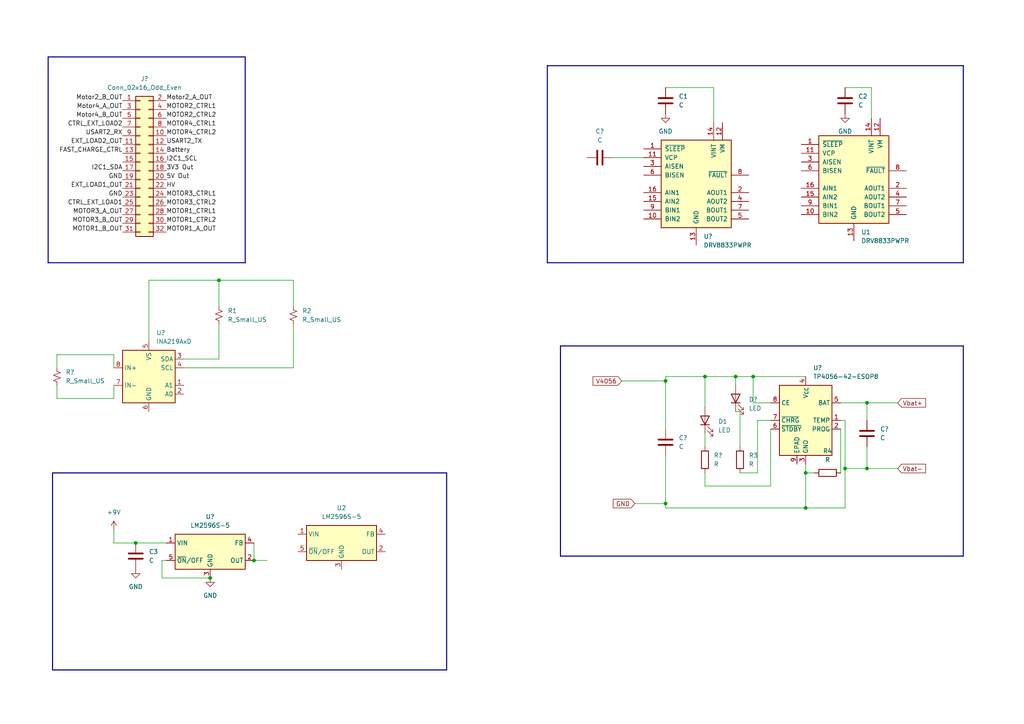
<source format=kicad_sch>
(kicad_sch
	(version 20250114)
	(generator "eeschema")
	(generator_version "9.0")
	(uuid "da3a9f6f-d9a2-4ae2-9ff3-b9809be5070c")
	(paper "A4")
	(lib_symbols
		(symbol "Battery_Management:TP4056-42-ESOP8"
			(exclude_from_sim no)
			(in_bom yes)
			(on_board yes)
			(property "Reference" "U"
				(at -6.604 11.684 0)
				(effects
					(font
						(size 1.27 1.27)
					)
				)
			)
			(property "Value" "TP4056-42-ESOP8"
				(at 10.16 11.684 0)
				(effects
					(font
						(size 1.27 1.27)
					)
				)
			)
			(property "Footprint" "Package_SO:SOIC-8-1EP_3.9x4.9mm_P1.27mm_EP2.41x3.3mm_ThermalVias"
				(at 0.508 -22.86 0)
				(effects
					(font
						(size 1.27 1.27)
					)
					(hide yes)
				)
			)
			(property "Datasheet" "https://www.lcsc.com/datasheet/lcsc_datasheet_2410121619_TOPPOWER-Nanjing-Extension-Microelectronics-TP4056-42-ESOP8_C16581.pdf"
				(at 0 -25.4 0)
				(effects
					(font
						(size 1.27 1.27)
					)
					(hide yes)
				)
			)
			(property "Description" "1A Standalone Linear Li-ion/LiPo single-cell battery charger, 4.2V ±1% charge voltage, VCC = 4.0..8.0V, SOIC-8 (SOP-8)"
				(at 0.508 -20.32 0)
				(effects
					(font
						(size 1.27 1.27)
					)
					(hide yes)
				)
			)
			(property "ki_keywords" "lithium-ion lithium-polymer Li-Poly"
				(at 0 0 0)
				(effects
					(font
						(size 1.27 1.27)
					)
					(hide yes)
				)
			)
			(property "ki_fp_filters" "*SO*3.9x4.*P1.27mm*EP2.4*x3.3*mm*"
				(at 0 0 0)
				(effects
					(font
						(size 1.27 1.27)
					)
					(hide yes)
				)
			)
			(symbol "TP4056-42-ESOP8_1_0"
				(pin input line
					(at -10.16 5.08 0)
					(length 2.54)
					(name "CE"
						(effects
							(font
								(size 1.27 1.27)
							)
						)
					)
					(number "8"
						(effects
							(font
								(size 1.27 1.27)
							)
						)
					)
				)
				(pin open_collector line
					(at -10.16 0 0)
					(length 2.54)
					(name "~{CHRG}"
						(effects
							(font
								(size 1.27 1.27)
							)
						)
					)
					(number "7"
						(effects
							(font
								(size 1.27 1.27)
							)
						)
					)
				)
				(pin open_collector line
					(at -10.16 -2.54 0)
					(length 2.54)
					(name "~{STDBY}"
						(effects
							(font
								(size 1.27 1.27)
							)
						)
					)
					(number "6"
						(effects
							(font
								(size 1.27 1.27)
							)
						)
					)
				)
				(pin passive line
					(at -2.54 -12.7 90)
					(length 2.54)
					(name "EPAD"
						(effects
							(font
								(size 1.27 1.27)
							)
						)
					)
					(number "9"
						(effects
							(font
								(size 1.27 1.27)
							)
						)
					)
				)
				(pin power_in line
					(at 0 12.7 270)
					(length 2.54)
					(name "V_{CC}"
						(effects
							(font
								(size 1.27 1.27)
							)
						)
					)
					(number "4"
						(effects
							(font
								(size 1.27 1.27)
							)
						)
					)
				)
				(pin power_in line
					(at 0 -12.7 90)
					(length 2.54)
					(name "GND"
						(effects
							(font
								(size 1.27 1.27)
							)
						)
					)
					(number "3"
						(effects
							(font
								(size 1.27 1.27)
							)
						)
					)
				)
				(pin power_out line
					(at 10.16 5.08 180)
					(length 2.54)
					(name "BAT"
						(effects
							(font
								(size 1.27 1.27)
							)
						)
					)
					(number "5"
						(effects
							(font
								(size 1.27 1.27)
							)
						)
					)
				)
				(pin input line
					(at 10.16 0 180)
					(length 2.54)
					(name "TEMP"
						(effects
							(font
								(size 1.27 1.27)
							)
						)
					)
					(number "1"
						(effects
							(font
								(size 1.27 1.27)
							)
						)
					)
				)
				(pin passive line
					(at 10.16 -2.54 180)
					(length 2.54)
					(name "PROG"
						(effects
							(font
								(size 1.27 1.27)
							)
						)
					)
					(number "2"
						(effects
							(font
								(size 1.27 1.27)
							)
						)
					)
				)
			)
			(symbol "TP4056-42-ESOP8_1_1"
				(rectangle
					(start -7.62 10.16)
					(end 7.62 -10.16)
					(stroke
						(width 0.254)
						(type default)
					)
					(fill
						(type background)
					)
				)
			)
			(embedded_fonts no)
		)
		(symbol "Connector_Generic:Conn_02x16_Odd_Even"
			(pin_names
				(offset 1.016)
				(hide yes)
			)
			(exclude_from_sim no)
			(in_bom yes)
			(on_board yes)
			(property "Reference" "J"
				(at 1.27 20.32 0)
				(effects
					(font
						(size 1.27 1.27)
					)
				)
			)
			(property "Value" "Conn_02x16_Odd_Even"
				(at 1.27 -22.86 0)
				(effects
					(font
						(size 1.27 1.27)
					)
				)
			)
			(property "Footprint" ""
				(at 0 0 0)
				(effects
					(font
						(size 1.27 1.27)
					)
					(hide yes)
				)
			)
			(property "Datasheet" "~"
				(at 0 0 0)
				(effects
					(font
						(size 1.27 1.27)
					)
					(hide yes)
				)
			)
			(property "Description" "Generic connector, double row, 02x16, odd/even pin numbering scheme (row 1 odd numbers, row 2 even numbers), script generated (kicad-library-utils/schlib/autogen/connector/)"
				(at 0 0 0)
				(effects
					(font
						(size 1.27 1.27)
					)
					(hide yes)
				)
			)
			(property "ki_keywords" "connector"
				(at 0 0 0)
				(effects
					(font
						(size 1.27 1.27)
					)
					(hide yes)
				)
			)
			(property "ki_fp_filters" "Connector*:*_2x??_*"
				(at 0 0 0)
				(effects
					(font
						(size 1.27 1.27)
					)
					(hide yes)
				)
			)
			(symbol "Conn_02x16_Odd_Even_1_1"
				(rectangle
					(start -1.27 19.05)
					(end 3.81 -21.59)
					(stroke
						(width 0.254)
						(type default)
					)
					(fill
						(type background)
					)
				)
				(rectangle
					(start -1.27 17.907)
					(end 0 17.653)
					(stroke
						(width 0.1524)
						(type default)
					)
					(fill
						(type none)
					)
				)
				(rectangle
					(start -1.27 15.367)
					(end 0 15.113)
					(stroke
						(width 0.1524)
						(type default)
					)
					(fill
						(type none)
					)
				)
				(rectangle
					(start -1.27 12.827)
					(end 0 12.573)
					(stroke
						(width 0.1524)
						(type default)
					)
					(fill
						(type none)
					)
				)
				(rectangle
					(start -1.27 10.287)
					(end 0 10.033)
					(stroke
						(width 0.1524)
						(type default)
					)
					(fill
						(type none)
					)
				)
				(rectangle
					(start -1.27 7.747)
					(end 0 7.493)
					(stroke
						(width 0.1524)
						(type default)
					)
					(fill
						(type none)
					)
				)
				(rectangle
					(start -1.27 5.207)
					(end 0 4.953)
					(stroke
						(width 0.1524)
						(type default)
					)
					(fill
						(type none)
					)
				)
				(rectangle
					(start -1.27 2.667)
					(end 0 2.413)
					(stroke
						(width 0.1524)
						(type default)
					)
					(fill
						(type none)
					)
				)
				(rectangle
					(start -1.27 0.127)
					(end 0 -0.127)
					(stroke
						(width 0.1524)
						(type default)
					)
					(fill
						(type none)
					)
				)
				(rectangle
					(start -1.27 -2.413)
					(end 0 -2.667)
					(stroke
						(width 0.1524)
						(type default)
					)
					(fill
						(type none)
					)
				)
				(rectangle
					(start -1.27 -4.953)
					(end 0 -5.207)
					(stroke
						(width 0.1524)
						(type default)
					)
					(fill
						(type none)
					)
				)
				(rectangle
					(start -1.27 -7.493)
					(end 0 -7.747)
					(stroke
						(width 0.1524)
						(type default)
					)
					(fill
						(type none)
					)
				)
				(rectangle
					(start -1.27 -10.033)
					(end 0 -10.287)
					(stroke
						(width 0.1524)
						(type default)
					)
					(fill
						(type none)
					)
				)
				(rectangle
					(start -1.27 -12.573)
					(end 0 -12.827)
					(stroke
						(width 0.1524)
						(type default)
					)
					(fill
						(type none)
					)
				)
				(rectangle
					(start -1.27 -15.113)
					(end 0 -15.367)
					(stroke
						(width 0.1524)
						(type default)
					)
					(fill
						(type none)
					)
				)
				(rectangle
					(start -1.27 -17.653)
					(end 0 -17.907)
					(stroke
						(width 0.1524)
						(type default)
					)
					(fill
						(type none)
					)
				)
				(rectangle
					(start -1.27 -20.193)
					(end 0 -20.447)
					(stroke
						(width 0.1524)
						(type default)
					)
					(fill
						(type none)
					)
				)
				(rectangle
					(start 3.81 17.907)
					(end 2.54 17.653)
					(stroke
						(width 0.1524)
						(type default)
					)
					(fill
						(type none)
					)
				)
				(rectangle
					(start 3.81 15.367)
					(end 2.54 15.113)
					(stroke
						(width 0.1524)
						(type default)
					)
					(fill
						(type none)
					)
				)
				(rectangle
					(start 3.81 12.827)
					(end 2.54 12.573)
					(stroke
						(width 0.1524)
						(type default)
					)
					(fill
						(type none)
					)
				)
				(rectangle
					(start 3.81 10.287)
					(end 2.54 10.033)
					(stroke
						(width 0.1524)
						(type default)
					)
					(fill
						(type none)
					)
				)
				(rectangle
					(start 3.81 7.747)
					(end 2.54 7.493)
					(stroke
						(width 0.1524)
						(type default)
					)
					(fill
						(type none)
					)
				)
				(rectangle
					(start 3.81 5.207)
					(end 2.54 4.953)
					(stroke
						(width 0.1524)
						(type default)
					)
					(fill
						(type none)
					)
				)
				(rectangle
					(start 3.81 2.667)
					(end 2.54 2.413)
					(stroke
						(width 0.1524)
						(type default)
					)
					(fill
						(type none)
					)
				)
				(rectangle
					(start 3.81 0.127)
					(end 2.54 -0.127)
					(stroke
						(width 0.1524)
						(type default)
					)
					(fill
						(type none)
					)
				)
				(rectangle
					(start 3.81 -2.413)
					(end 2.54 -2.667)
					(stroke
						(width 0.1524)
						(type default)
					)
					(fill
						(type none)
					)
				)
				(rectangle
					(start 3.81 -4.953)
					(end 2.54 -5.207)
					(stroke
						(width 0.1524)
						(type default)
					)
					(fill
						(type none)
					)
				)
				(rectangle
					(start 3.81 -7.493)
					(end 2.54 -7.747)
					(stroke
						(width 0.1524)
						(type default)
					)
					(fill
						(type none)
					)
				)
				(rectangle
					(start 3.81 -10.033)
					(end 2.54 -10.287)
					(stroke
						(width 0.1524)
						(type default)
					)
					(fill
						(type none)
					)
				)
				(rectangle
					(start 3.81 -12.573)
					(end 2.54 -12.827)
					(stroke
						(width 0.1524)
						(type default)
					)
					(fill
						(type none)
					)
				)
				(rectangle
					(start 3.81 -15.113)
					(end 2.54 -15.367)
					(stroke
						(width 0.1524)
						(type default)
					)
					(fill
						(type none)
					)
				)
				(rectangle
					(start 3.81 -17.653)
					(end 2.54 -17.907)
					(stroke
						(width 0.1524)
						(type default)
					)
					(fill
						(type none)
					)
				)
				(rectangle
					(start 3.81 -20.193)
					(end 2.54 -20.447)
					(stroke
						(width 0.1524)
						(type default)
					)
					(fill
						(type none)
					)
				)
				(pin passive line
					(at -5.08 17.78 0)
					(length 3.81)
					(name "Pin_1"
						(effects
							(font
								(size 1.27 1.27)
							)
						)
					)
					(number "1"
						(effects
							(font
								(size 1.27 1.27)
							)
						)
					)
				)
				(pin passive line
					(at -5.08 15.24 0)
					(length 3.81)
					(name "Pin_3"
						(effects
							(font
								(size 1.27 1.27)
							)
						)
					)
					(number "3"
						(effects
							(font
								(size 1.27 1.27)
							)
						)
					)
				)
				(pin passive line
					(at -5.08 12.7 0)
					(length 3.81)
					(name "Pin_5"
						(effects
							(font
								(size 1.27 1.27)
							)
						)
					)
					(number "5"
						(effects
							(font
								(size 1.27 1.27)
							)
						)
					)
				)
				(pin passive line
					(at -5.08 10.16 0)
					(length 3.81)
					(name "Pin_7"
						(effects
							(font
								(size 1.27 1.27)
							)
						)
					)
					(number "7"
						(effects
							(font
								(size 1.27 1.27)
							)
						)
					)
				)
				(pin passive line
					(at -5.08 7.62 0)
					(length 3.81)
					(name "Pin_9"
						(effects
							(font
								(size 1.27 1.27)
							)
						)
					)
					(number "9"
						(effects
							(font
								(size 1.27 1.27)
							)
						)
					)
				)
				(pin passive line
					(at -5.08 5.08 0)
					(length 3.81)
					(name "Pin_11"
						(effects
							(font
								(size 1.27 1.27)
							)
						)
					)
					(number "11"
						(effects
							(font
								(size 1.27 1.27)
							)
						)
					)
				)
				(pin passive line
					(at -5.08 2.54 0)
					(length 3.81)
					(name "Pin_13"
						(effects
							(font
								(size 1.27 1.27)
							)
						)
					)
					(number "13"
						(effects
							(font
								(size 1.27 1.27)
							)
						)
					)
				)
				(pin passive line
					(at -5.08 0 0)
					(length 3.81)
					(name "Pin_15"
						(effects
							(font
								(size 1.27 1.27)
							)
						)
					)
					(number "15"
						(effects
							(font
								(size 1.27 1.27)
							)
						)
					)
				)
				(pin passive line
					(at -5.08 -2.54 0)
					(length 3.81)
					(name "Pin_17"
						(effects
							(font
								(size 1.27 1.27)
							)
						)
					)
					(number "17"
						(effects
							(font
								(size 1.27 1.27)
							)
						)
					)
				)
				(pin passive line
					(at -5.08 -5.08 0)
					(length 3.81)
					(name "Pin_19"
						(effects
							(font
								(size 1.27 1.27)
							)
						)
					)
					(number "19"
						(effects
							(font
								(size 1.27 1.27)
							)
						)
					)
				)
				(pin passive line
					(at -5.08 -7.62 0)
					(length 3.81)
					(name "Pin_21"
						(effects
							(font
								(size 1.27 1.27)
							)
						)
					)
					(number "21"
						(effects
							(font
								(size 1.27 1.27)
							)
						)
					)
				)
				(pin passive line
					(at -5.08 -10.16 0)
					(length 3.81)
					(name "Pin_23"
						(effects
							(font
								(size 1.27 1.27)
							)
						)
					)
					(number "23"
						(effects
							(font
								(size 1.27 1.27)
							)
						)
					)
				)
				(pin passive line
					(at -5.08 -12.7 0)
					(length 3.81)
					(name "Pin_25"
						(effects
							(font
								(size 1.27 1.27)
							)
						)
					)
					(number "25"
						(effects
							(font
								(size 1.27 1.27)
							)
						)
					)
				)
				(pin passive line
					(at -5.08 -15.24 0)
					(length 3.81)
					(name "Pin_27"
						(effects
							(font
								(size 1.27 1.27)
							)
						)
					)
					(number "27"
						(effects
							(font
								(size 1.27 1.27)
							)
						)
					)
				)
				(pin passive line
					(at -5.08 -17.78 0)
					(length 3.81)
					(name "Pin_29"
						(effects
							(font
								(size 1.27 1.27)
							)
						)
					)
					(number "29"
						(effects
							(font
								(size 1.27 1.27)
							)
						)
					)
				)
				(pin passive line
					(at -5.08 -20.32 0)
					(length 3.81)
					(name "Pin_31"
						(effects
							(font
								(size 1.27 1.27)
							)
						)
					)
					(number "31"
						(effects
							(font
								(size 1.27 1.27)
							)
						)
					)
				)
				(pin passive line
					(at 7.62 17.78 180)
					(length 3.81)
					(name "Pin_2"
						(effects
							(font
								(size 1.27 1.27)
							)
						)
					)
					(number "2"
						(effects
							(font
								(size 1.27 1.27)
							)
						)
					)
				)
				(pin passive line
					(at 7.62 15.24 180)
					(length 3.81)
					(name "Pin_4"
						(effects
							(font
								(size 1.27 1.27)
							)
						)
					)
					(number "4"
						(effects
							(font
								(size 1.27 1.27)
							)
						)
					)
				)
				(pin passive line
					(at 7.62 12.7 180)
					(length 3.81)
					(name "Pin_6"
						(effects
							(font
								(size 1.27 1.27)
							)
						)
					)
					(number "6"
						(effects
							(font
								(size 1.27 1.27)
							)
						)
					)
				)
				(pin passive line
					(at 7.62 10.16 180)
					(length 3.81)
					(name "Pin_8"
						(effects
							(font
								(size 1.27 1.27)
							)
						)
					)
					(number "8"
						(effects
							(font
								(size 1.27 1.27)
							)
						)
					)
				)
				(pin passive line
					(at 7.62 7.62 180)
					(length 3.81)
					(name "Pin_10"
						(effects
							(font
								(size 1.27 1.27)
							)
						)
					)
					(number "10"
						(effects
							(font
								(size 1.27 1.27)
							)
						)
					)
				)
				(pin passive line
					(at 7.62 5.08 180)
					(length 3.81)
					(name "Pin_12"
						(effects
							(font
								(size 1.27 1.27)
							)
						)
					)
					(number "12"
						(effects
							(font
								(size 1.27 1.27)
							)
						)
					)
				)
				(pin passive line
					(at 7.62 2.54 180)
					(length 3.81)
					(name "Pin_14"
						(effects
							(font
								(size 1.27 1.27)
							)
						)
					)
					(number "14"
						(effects
							(font
								(size 1.27 1.27)
							)
						)
					)
				)
				(pin passive line
					(at 7.62 0 180)
					(length 3.81)
					(name "Pin_16"
						(effects
							(font
								(size 1.27 1.27)
							)
						)
					)
					(number "16"
						(effects
							(font
								(size 1.27 1.27)
							)
						)
					)
				)
				(pin passive line
					(at 7.62 -2.54 180)
					(length 3.81)
					(name "Pin_18"
						(effects
							(font
								(size 1.27 1.27)
							)
						)
					)
					(number "18"
						(effects
							(font
								(size 1.27 1.27)
							)
						)
					)
				)
				(pin passive line
					(at 7.62 -5.08 180)
					(length 3.81)
					(name "Pin_20"
						(effects
							(font
								(size 1.27 1.27)
							)
						)
					)
					(number "20"
						(effects
							(font
								(size 1.27 1.27)
							)
						)
					)
				)
				(pin passive line
					(at 7.62 -7.62 180)
					(length 3.81)
					(name "Pin_22"
						(effects
							(font
								(size 1.27 1.27)
							)
						)
					)
					(number "22"
						(effects
							(font
								(size 1.27 1.27)
							)
						)
					)
				)
				(pin passive line
					(at 7.62 -10.16 180)
					(length 3.81)
					(name "Pin_24"
						(effects
							(font
								(size 1.27 1.27)
							)
						)
					)
					(number "24"
						(effects
							(font
								(size 1.27 1.27)
							)
						)
					)
				)
				(pin passive line
					(at 7.62 -12.7 180)
					(length 3.81)
					(name "Pin_26"
						(effects
							(font
								(size 1.27 1.27)
							)
						)
					)
					(number "26"
						(effects
							(font
								(size 1.27 1.27)
							)
						)
					)
				)
				(pin passive line
					(at 7.62 -15.24 180)
					(length 3.81)
					(name "Pin_28"
						(effects
							(font
								(size 1.27 1.27)
							)
						)
					)
					(number "28"
						(effects
							(font
								(size 1.27 1.27)
							)
						)
					)
				)
				(pin passive line
					(at 7.62 -17.78 180)
					(length 3.81)
					(name "Pin_30"
						(effects
							(font
								(size 1.27 1.27)
							)
						)
					)
					(number "30"
						(effects
							(font
								(size 1.27 1.27)
							)
						)
					)
				)
				(pin passive line
					(at 7.62 -20.32 180)
					(length 3.81)
					(name "Pin_32"
						(effects
							(font
								(size 1.27 1.27)
							)
						)
					)
					(number "32"
						(effects
							(font
								(size 1.27 1.27)
							)
						)
					)
				)
			)
			(embedded_fonts no)
		)
		(symbol "Device:C"
			(pin_numbers
				(hide yes)
			)
			(pin_names
				(offset 0.254)
			)
			(exclude_from_sim no)
			(in_bom yes)
			(on_board yes)
			(property "Reference" "C"
				(at 0.635 2.54 0)
				(effects
					(font
						(size 1.27 1.27)
					)
					(justify left)
				)
			)
			(property "Value" "C"
				(at 0.635 -2.54 0)
				(effects
					(font
						(size 1.27 1.27)
					)
					(justify left)
				)
			)
			(property "Footprint" ""
				(at 0.9652 -3.81 0)
				(effects
					(font
						(size 1.27 1.27)
					)
					(hide yes)
				)
			)
			(property "Datasheet" "~"
				(at 0 0 0)
				(effects
					(font
						(size 1.27 1.27)
					)
					(hide yes)
				)
			)
			(property "Description" "Unpolarized capacitor"
				(at 0 0 0)
				(effects
					(font
						(size 1.27 1.27)
					)
					(hide yes)
				)
			)
			(property "ki_keywords" "cap capacitor"
				(at 0 0 0)
				(effects
					(font
						(size 1.27 1.27)
					)
					(hide yes)
				)
			)
			(property "ki_fp_filters" "C_*"
				(at 0 0 0)
				(effects
					(font
						(size 1.27 1.27)
					)
					(hide yes)
				)
			)
			(symbol "C_0_1"
				(polyline
					(pts
						(xy -2.032 0.762) (xy 2.032 0.762)
					)
					(stroke
						(width 0.508)
						(type default)
					)
					(fill
						(type none)
					)
				)
				(polyline
					(pts
						(xy -2.032 -0.762) (xy 2.032 -0.762)
					)
					(stroke
						(width 0.508)
						(type default)
					)
					(fill
						(type none)
					)
				)
			)
			(symbol "C_1_1"
				(pin passive line
					(at 0 3.81 270)
					(length 2.794)
					(name "~"
						(effects
							(font
								(size 1.27 1.27)
							)
						)
					)
					(number "1"
						(effects
							(font
								(size 1.27 1.27)
							)
						)
					)
				)
				(pin passive line
					(at 0 -3.81 90)
					(length 2.794)
					(name "~"
						(effects
							(font
								(size 1.27 1.27)
							)
						)
					)
					(number "2"
						(effects
							(font
								(size 1.27 1.27)
							)
						)
					)
				)
			)
			(embedded_fonts no)
		)
		(symbol "Device:LED"
			(pin_numbers
				(hide yes)
			)
			(pin_names
				(offset 1.016)
				(hide yes)
			)
			(exclude_from_sim no)
			(in_bom yes)
			(on_board yes)
			(property "Reference" "D"
				(at 0 2.54 0)
				(effects
					(font
						(size 1.27 1.27)
					)
				)
			)
			(property "Value" "LED"
				(at 0 -2.54 0)
				(effects
					(font
						(size 1.27 1.27)
					)
				)
			)
			(property "Footprint" ""
				(at 0 0 0)
				(effects
					(font
						(size 1.27 1.27)
					)
					(hide yes)
				)
			)
			(property "Datasheet" "~"
				(at 0 0 0)
				(effects
					(font
						(size 1.27 1.27)
					)
					(hide yes)
				)
			)
			(property "Description" "Light emitting diode"
				(at 0 0 0)
				(effects
					(font
						(size 1.27 1.27)
					)
					(hide yes)
				)
			)
			(property "Sim.Pins" "1=K 2=A"
				(at 0 0 0)
				(effects
					(font
						(size 1.27 1.27)
					)
					(hide yes)
				)
			)
			(property "ki_keywords" "LED diode"
				(at 0 0 0)
				(effects
					(font
						(size 1.27 1.27)
					)
					(hide yes)
				)
			)
			(property "ki_fp_filters" "LED* LED_SMD:* LED_THT:*"
				(at 0 0 0)
				(effects
					(font
						(size 1.27 1.27)
					)
					(hide yes)
				)
			)
			(symbol "LED_0_1"
				(polyline
					(pts
						(xy -3.048 -0.762) (xy -4.572 -2.286) (xy -3.81 -2.286) (xy -4.572 -2.286) (xy -4.572 -1.524)
					)
					(stroke
						(width 0)
						(type default)
					)
					(fill
						(type none)
					)
				)
				(polyline
					(pts
						(xy -1.778 -0.762) (xy -3.302 -2.286) (xy -2.54 -2.286) (xy -3.302 -2.286) (xy -3.302 -1.524)
					)
					(stroke
						(width 0)
						(type default)
					)
					(fill
						(type none)
					)
				)
				(polyline
					(pts
						(xy -1.27 0) (xy 1.27 0)
					)
					(stroke
						(width 0)
						(type default)
					)
					(fill
						(type none)
					)
				)
				(polyline
					(pts
						(xy -1.27 -1.27) (xy -1.27 1.27)
					)
					(stroke
						(width 0.254)
						(type default)
					)
					(fill
						(type none)
					)
				)
				(polyline
					(pts
						(xy 1.27 -1.27) (xy 1.27 1.27) (xy -1.27 0) (xy 1.27 -1.27)
					)
					(stroke
						(width 0.254)
						(type default)
					)
					(fill
						(type none)
					)
				)
			)
			(symbol "LED_1_1"
				(pin passive line
					(at -3.81 0 0)
					(length 2.54)
					(name "K"
						(effects
							(font
								(size 1.27 1.27)
							)
						)
					)
					(number "1"
						(effects
							(font
								(size 1.27 1.27)
							)
						)
					)
				)
				(pin passive line
					(at 3.81 0 180)
					(length 2.54)
					(name "A"
						(effects
							(font
								(size 1.27 1.27)
							)
						)
					)
					(number "2"
						(effects
							(font
								(size 1.27 1.27)
							)
						)
					)
				)
			)
			(embedded_fonts no)
		)
		(symbol "Device:R"
			(pin_numbers
				(hide yes)
			)
			(pin_names
				(offset 0)
			)
			(exclude_from_sim no)
			(in_bom yes)
			(on_board yes)
			(property "Reference" "R"
				(at 2.032 0 90)
				(effects
					(font
						(size 1.27 1.27)
					)
				)
			)
			(property "Value" "R"
				(at 0 0 90)
				(effects
					(font
						(size 1.27 1.27)
					)
				)
			)
			(property "Footprint" ""
				(at -1.778 0 90)
				(effects
					(font
						(size 1.27 1.27)
					)
					(hide yes)
				)
			)
			(property "Datasheet" "~"
				(at 0 0 0)
				(effects
					(font
						(size 1.27 1.27)
					)
					(hide yes)
				)
			)
			(property "Description" "Resistor"
				(at 0 0 0)
				(effects
					(font
						(size 1.27 1.27)
					)
					(hide yes)
				)
			)
			(property "ki_keywords" "R res resistor"
				(at 0 0 0)
				(effects
					(font
						(size 1.27 1.27)
					)
					(hide yes)
				)
			)
			(property "ki_fp_filters" "R_*"
				(at 0 0 0)
				(effects
					(font
						(size 1.27 1.27)
					)
					(hide yes)
				)
			)
			(symbol "R_0_1"
				(rectangle
					(start -1.016 -2.54)
					(end 1.016 2.54)
					(stroke
						(width 0.254)
						(type default)
					)
					(fill
						(type none)
					)
				)
			)
			(symbol "R_1_1"
				(pin passive line
					(at 0 3.81 270)
					(length 1.27)
					(name "~"
						(effects
							(font
								(size 1.27 1.27)
							)
						)
					)
					(number "1"
						(effects
							(font
								(size 1.27 1.27)
							)
						)
					)
				)
				(pin passive line
					(at 0 -3.81 90)
					(length 1.27)
					(name "~"
						(effects
							(font
								(size 1.27 1.27)
							)
						)
					)
					(number "2"
						(effects
							(font
								(size 1.27 1.27)
							)
						)
					)
				)
			)
			(embedded_fonts no)
		)
		(symbol "Device:R_Small_US"
			(pin_numbers
				(hide yes)
			)
			(pin_names
				(offset 0.254)
				(hide yes)
			)
			(exclude_from_sim no)
			(in_bom yes)
			(on_board yes)
			(property "Reference" "R"
				(at 0.762 0.508 0)
				(effects
					(font
						(size 1.27 1.27)
					)
					(justify left)
				)
			)
			(property "Value" "R_Small_US"
				(at 0.762 -1.016 0)
				(effects
					(font
						(size 1.27 1.27)
					)
					(justify left)
				)
			)
			(property "Footprint" ""
				(at 0 0 0)
				(effects
					(font
						(size 1.27 1.27)
					)
					(hide yes)
				)
			)
			(property "Datasheet" "~"
				(at 0 0 0)
				(effects
					(font
						(size 1.27 1.27)
					)
					(hide yes)
				)
			)
			(property "Description" "Resistor, small US symbol"
				(at 0 0 0)
				(effects
					(font
						(size 1.27 1.27)
					)
					(hide yes)
				)
			)
			(property "ki_keywords" "r resistor"
				(at 0 0 0)
				(effects
					(font
						(size 1.27 1.27)
					)
					(hide yes)
				)
			)
			(property "ki_fp_filters" "R_*"
				(at 0 0 0)
				(effects
					(font
						(size 1.27 1.27)
					)
					(hide yes)
				)
			)
			(symbol "R_Small_US_1_1"
				(polyline
					(pts
						(xy 0 1.524) (xy 1.016 1.143) (xy 0 0.762) (xy -1.016 0.381) (xy 0 0)
					)
					(stroke
						(width 0)
						(type default)
					)
					(fill
						(type none)
					)
				)
				(polyline
					(pts
						(xy 0 0) (xy 1.016 -0.381) (xy 0 -0.762) (xy -1.016 -1.143) (xy 0 -1.524)
					)
					(stroke
						(width 0)
						(type default)
					)
					(fill
						(type none)
					)
				)
				(pin passive line
					(at 0 2.54 270)
					(length 1.016)
					(name "~"
						(effects
							(font
								(size 1.27 1.27)
							)
						)
					)
					(number "1"
						(effects
							(font
								(size 1.27 1.27)
							)
						)
					)
				)
				(pin passive line
					(at 0 -2.54 90)
					(length 1.016)
					(name "~"
						(effects
							(font
								(size 1.27 1.27)
							)
						)
					)
					(number "2"
						(effects
							(font
								(size 1.27 1.27)
							)
						)
					)
				)
			)
			(embedded_fonts no)
		)
		(symbol "Driver_Motor:DRV8833PWP"
			(pin_names
				(offset 1.016)
			)
			(exclude_from_sim no)
			(in_bom yes)
			(on_board yes)
			(property "Reference" "U"
				(at -3.81 16.51 0)
				(effects
					(font
						(size 1.27 1.27)
					)
				)
			)
			(property "Value" "DRV8833PWP"
				(at -3.81 13.97 0)
				(effects
					(font
						(size 1.27 1.27)
					)
				)
			)
			(property "Footprint" "Package_SO:HTSSOP-16-1EP_4.4x5mm_P0.65mm_EP3.4x5mm_Mask2.46x2.31mm_ThermalVias"
				(at 5.08 -15.24 0)
				(effects
					(font
						(size 1.27 1.27)
					)
					(justify left)
					(hide yes)
				)
			)
			(property "Datasheet" "http://www.ti.com/lit/ds/symlink/drv8833.pdf"
				(at 5.08 -17.78 0)
				(effects
					(font
						(size 1.27 1.27)
					)
					(justify left)
					(hide yes)
				)
			)
			(property "Description" "Dual H-Bridge Motor Driver, HTSSOP-16"
				(at 0 0 0)
				(effects
					(font
						(size 1.27 1.27)
					)
					(hide yes)
				)
			)
			(property "ki_keywords" "H-bridge motor driver"
				(at 0 0 0)
				(effects
					(font
						(size 1.27 1.27)
					)
					(hide yes)
				)
			)
			(property "ki_fp_filters" "HTSSOP-16-1EP*4.4x5mm*P0.65mm*"
				(at 0 0 0)
				(effects
					(font
						(size 1.27 1.27)
					)
					(hide yes)
				)
			)
			(symbol "DRV8833PWP_0_1"
				(rectangle
					(start -10.16 12.7)
					(end 10.16 -12.7)
					(stroke
						(width 0.254)
						(type default)
					)
					(fill
						(type background)
					)
				)
			)
			(symbol "DRV8833PWP_1_1"
				(pin input line
					(at -15.24 10.16 0)
					(length 5.08)
					(name "~{SLEEP}"
						(effects
							(font
								(size 1.27 1.27)
							)
						)
					)
					(number "1"
						(effects
							(font
								(size 1.27 1.27)
							)
						)
					)
				)
				(pin bidirectional line
					(at -15.24 7.62 0)
					(length 5.08)
					(name "VCP"
						(effects
							(font
								(size 1.27 1.27)
							)
						)
					)
					(number "11"
						(effects
							(font
								(size 1.27 1.27)
							)
						)
					)
				)
				(pin bidirectional line
					(at -15.24 5.08 0)
					(length 5.08)
					(name "AISEN"
						(effects
							(font
								(size 1.27 1.27)
							)
						)
					)
					(number "3"
						(effects
							(font
								(size 1.27 1.27)
							)
						)
					)
				)
				(pin bidirectional line
					(at -15.24 2.54 0)
					(length 5.08)
					(name "BISEN"
						(effects
							(font
								(size 1.27 1.27)
							)
						)
					)
					(number "6"
						(effects
							(font
								(size 1.27 1.27)
							)
						)
					)
				)
				(pin input line
					(at -15.24 -2.54 0)
					(length 5.08)
					(name "AIN1"
						(effects
							(font
								(size 1.27 1.27)
							)
						)
					)
					(number "16"
						(effects
							(font
								(size 1.27 1.27)
							)
						)
					)
				)
				(pin input line
					(at -15.24 -5.08 0)
					(length 5.08)
					(name "AIN2"
						(effects
							(font
								(size 1.27 1.27)
							)
						)
					)
					(number "15"
						(effects
							(font
								(size 1.27 1.27)
							)
						)
					)
				)
				(pin input line
					(at -15.24 -7.62 0)
					(length 5.08)
					(name "BIN1"
						(effects
							(font
								(size 1.27 1.27)
							)
						)
					)
					(number "9"
						(effects
							(font
								(size 1.27 1.27)
							)
						)
					)
				)
				(pin input line
					(at -15.24 -10.16 0)
					(length 5.08)
					(name "BIN2"
						(effects
							(font
								(size 1.27 1.27)
							)
						)
					)
					(number "10"
						(effects
							(font
								(size 1.27 1.27)
							)
						)
					)
				)
				(pin power_in line
					(at 0 -17.78 90)
					(length 5.08)
					(name "GND"
						(effects
							(font
								(size 1.27 1.27)
							)
						)
					)
					(number "13"
						(effects
							(font
								(size 1.27 1.27)
							)
						)
					)
				)
				(pin passive line
					(at 0 -17.78 90)
					(length 5.08)
					(hide yes)
					(name "GND"
						(effects
							(font
								(size 1.27 1.27)
							)
						)
					)
					(number "17"
						(effects
							(font
								(size 1.27 1.27)
							)
						)
					)
				)
				(pin power_in line
					(at 5.08 17.78 270)
					(length 5.08)
					(name "VINT"
						(effects
							(font
								(size 1.27 1.27)
							)
						)
					)
					(number "14"
						(effects
							(font
								(size 1.27 1.27)
							)
						)
					)
				)
				(pin power_in line
					(at 7.62 17.78 270)
					(length 5.08)
					(name "VM"
						(effects
							(font
								(size 1.27 1.27)
							)
						)
					)
					(number "12"
						(effects
							(font
								(size 1.27 1.27)
							)
						)
					)
				)
				(pin open_collector line
					(at 15.24 2.54 180)
					(length 5.08)
					(name "~{FAULT}"
						(effects
							(font
								(size 1.27 1.27)
							)
						)
					)
					(number "8"
						(effects
							(font
								(size 1.27 1.27)
							)
						)
					)
				)
				(pin power_out line
					(at 15.24 -2.54 180)
					(length 5.08)
					(name "AOUT1"
						(effects
							(font
								(size 1.27 1.27)
							)
						)
					)
					(number "2"
						(effects
							(font
								(size 1.27 1.27)
							)
						)
					)
				)
				(pin power_out line
					(at 15.24 -5.08 180)
					(length 5.08)
					(name "AOUT2"
						(effects
							(font
								(size 1.27 1.27)
							)
						)
					)
					(number "4"
						(effects
							(font
								(size 1.27 1.27)
							)
						)
					)
				)
				(pin power_out line
					(at 15.24 -7.62 180)
					(length 5.08)
					(name "BOUT1"
						(effects
							(font
								(size 1.27 1.27)
							)
						)
					)
					(number "7"
						(effects
							(font
								(size 1.27 1.27)
							)
						)
					)
				)
				(pin power_out line
					(at 15.24 -10.16 180)
					(length 5.08)
					(name "BOUT2"
						(effects
							(font
								(size 1.27 1.27)
							)
						)
					)
					(number "5"
						(effects
							(font
								(size 1.27 1.27)
							)
						)
					)
				)
			)
			(embedded_fonts no)
		)
		(symbol "Regulator_Switching:LM2596S-5"
			(exclude_from_sim no)
			(in_bom yes)
			(on_board yes)
			(property "Reference" "U"
				(at -10.16 6.35 0)
				(effects
					(font
						(size 1.27 1.27)
					)
					(justify left)
				)
			)
			(property "Value" "LM2596S-5"
				(at 0 6.35 0)
				(effects
					(font
						(size 1.27 1.27)
					)
					(justify left)
				)
			)
			(property "Footprint" "Package_TO_SOT_SMD:TO-263-5_TabPin3"
				(at 1.27 -6.35 0)
				(effects
					(font
						(size 1.27 1.27)
						(italic yes)
					)
					(justify left)
					(hide yes)
				)
			)
			(property "Datasheet" "http://www.ti.com/lit/ds/symlink/lm2596.pdf"
				(at 0 0 0)
				(effects
					(font
						(size 1.27 1.27)
					)
					(hide yes)
				)
			)
			(property "Description" "5V 3A Step-Down Voltage Regulator, TO-263"
				(at 0 0 0)
				(effects
					(font
						(size 1.27 1.27)
					)
					(hide yes)
				)
			)
			(property "ki_keywords" "Step-Down Voltage Regulator 5V 3A"
				(at 0 0 0)
				(effects
					(font
						(size 1.27 1.27)
					)
					(hide yes)
				)
			)
			(property "ki_fp_filters" "TO?263*"
				(at 0 0 0)
				(effects
					(font
						(size 1.27 1.27)
					)
					(hide yes)
				)
			)
			(symbol "LM2596S-5_0_1"
				(rectangle
					(start -10.16 5.08)
					(end 10.16 -5.08)
					(stroke
						(width 0.254)
						(type default)
					)
					(fill
						(type background)
					)
				)
			)
			(symbol "LM2596S-5_1_1"
				(pin power_in line
					(at -12.7 2.54 0)
					(length 2.54)
					(name "VIN"
						(effects
							(font
								(size 1.27 1.27)
							)
						)
					)
					(number "1"
						(effects
							(font
								(size 1.27 1.27)
							)
						)
					)
				)
				(pin input line
					(at -12.7 -2.54 0)
					(length 2.54)
					(name "~{ON}/OFF"
						(effects
							(font
								(size 1.27 1.27)
							)
						)
					)
					(number "5"
						(effects
							(font
								(size 1.27 1.27)
							)
						)
					)
				)
				(pin power_in line
					(at 0 -7.62 90)
					(length 2.54)
					(name "GND"
						(effects
							(font
								(size 1.27 1.27)
							)
						)
					)
					(number "3"
						(effects
							(font
								(size 1.27 1.27)
							)
						)
					)
				)
				(pin input line
					(at 12.7 2.54 180)
					(length 2.54)
					(name "FB"
						(effects
							(font
								(size 1.27 1.27)
							)
						)
					)
					(number "4"
						(effects
							(font
								(size 1.27 1.27)
							)
						)
					)
				)
				(pin output line
					(at 12.7 -2.54 180)
					(length 2.54)
					(name "OUT"
						(effects
							(font
								(size 1.27 1.27)
							)
						)
					)
					(number "2"
						(effects
							(font
								(size 1.27 1.27)
							)
						)
					)
				)
			)
			(embedded_fonts no)
		)
		(symbol "Sensor_Energy:INA219AxD"
			(exclude_from_sim no)
			(in_bom yes)
			(on_board yes)
			(property "Reference" "U"
				(at -6.35 8.89 0)
				(effects
					(font
						(size 1.27 1.27)
					)
				)
			)
			(property "Value" "INA219AxD"
				(at 5.08 8.89 0)
				(effects
					(font
						(size 1.27 1.27)
					)
				)
			)
			(property "Footprint" "Package_SO:SOIC-8_3.9x4.9mm_P1.27mm"
				(at 20.32 -8.89 0)
				(effects
					(font
						(size 1.27 1.27)
					)
					(hide yes)
				)
			)
			(property "Datasheet" "http://www.ti.com/lit/ds/symlink/ina219.pdf"
				(at 8.89 -2.54 0)
				(effects
					(font
						(size 1.27 1.27)
					)
					(hide yes)
				)
			)
			(property "Description" "Zero-Drift, Bidirectional Current/Power Monitor (0-26V) With I2C Interface, SOIC-8"
				(at 0 0 0)
				(effects
					(font
						(size 1.27 1.27)
					)
					(hide yes)
				)
			)
			(property "ki_keywords" "ADC I2C 16-Bit Oversampling Current Shunt"
				(at 0 0 0)
				(effects
					(font
						(size 1.27 1.27)
					)
					(hide yes)
				)
			)
			(property "ki_fp_filters" "SOIC*3.9x4.9mm*P1.27mm*"
				(at 0 0 0)
				(effects
					(font
						(size 1.27 1.27)
					)
					(hide yes)
				)
			)
			(symbol "INA219AxD_0_1"
				(rectangle
					(start -7.62 7.62)
					(end 7.62 -7.62)
					(stroke
						(width 0.254)
						(type default)
					)
					(fill
						(type background)
					)
				)
			)
			(symbol "INA219AxD_1_1"
				(pin input line
					(at -10.16 2.54 0)
					(length 2.54)
					(name "IN+"
						(effects
							(font
								(size 1.27 1.27)
							)
						)
					)
					(number "8"
						(effects
							(font
								(size 1.27 1.27)
							)
						)
					)
				)
				(pin input line
					(at -10.16 -2.54 0)
					(length 2.54)
					(name "IN-"
						(effects
							(font
								(size 1.27 1.27)
							)
						)
					)
					(number "7"
						(effects
							(font
								(size 1.27 1.27)
							)
						)
					)
				)
				(pin power_in line
					(at 0 10.16 270)
					(length 2.54)
					(name "VS"
						(effects
							(font
								(size 1.27 1.27)
							)
						)
					)
					(number "5"
						(effects
							(font
								(size 1.27 1.27)
							)
						)
					)
				)
				(pin power_in line
					(at 0 -10.16 90)
					(length 2.54)
					(name "GND"
						(effects
							(font
								(size 1.27 1.27)
							)
						)
					)
					(number "6"
						(effects
							(font
								(size 1.27 1.27)
							)
						)
					)
				)
				(pin bidirectional line
					(at 10.16 5.08 180)
					(length 2.54)
					(name "SDA"
						(effects
							(font
								(size 1.27 1.27)
							)
						)
					)
					(number "3"
						(effects
							(font
								(size 1.27 1.27)
							)
						)
					)
				)
				(pin input line
					(at 10.16 2.54 180)
					(length 2.54)
					(name "SCL"
						(effects
							(font
								(size 1.27 1.27)
							)
						)
					)
					(number "4"
						(effects
							(font
								(size 1.27 1.27)
							)
						)
					)
				)
				(pin input line
					(at 10.16 -2.54 180)
					(length 2.54)
					(name "A1"
						(effects
							(font
								(size 1.27 1.27)
							)
						)
					)
					(number "1"
						(effects
							(font
								(size 1.27 1.27)
							)
						)
					)
				)
				(pin input line
					(at 10.16 -5.08 180)
					(length 2.54)
					(name "A0"
						(effects
							(font
								(size 1.27 1.27)
							)
						)
					)
					(number "2"
						(effects
							(font
								(size 1.27 1.27)
							)
						)
					)
				)
			)
			(embedded_fonts no)
		)
		(symbol "power:+9V"
			(power)
			(pin_numbers
				(hide yes)
			)
			(pin_names
				(offset 0)
				(hide yes)
			)
			(exclude_from_sim no)
			(in_bom yes)
			(on_board yes)
			(property "Reference" "#PWR"
				(at 0 -3.81 0)
				(effects
					(font
						(size 1.27 1.27)
					)
					(hide yes)
				)
			)
			(property "Value" "+9V"
				(at 0 3.556 0)
				(effects
					(font
						(size 1.27 1.27)
					)
				)
			)
			(property "Footprint" ""
				(at 0 0 0)
				(effects
					(font
						(size 1.27 1.27)
					)
					(hide yes)
				)
			)
			(property "Datasheet" ""
				(at 0 0 0)
				(effects
					(font
						(size 1.27 1.27)
					)
					(hide yes)
				)
			)
			(property "Description" "Power symbol creates a global label with name \"+9V\""
				(at 0 0 0)
				(effects
					(font
						(size 1.27 1.27)
					)
					(hide yes)
				)
			)
			(property "ki_keywords" "global power"
				(at 0 0 0)
				(effects
					(font
						(size 1.27 1.27)
					)
					(hide yes)
				)
			)
			(symbol "+9V_0_1"
				(polyline
					(pts
						(xy -0.762 1.27) (xy 0 2.54)
					)
					(stroke
						(width 0)
						(type default)
					)
					(fill
						(type none)
					)
				)
				(polyline
					(pts
						(xy 0 2.54) (xy 0.762 1.27)
					)
					(stroke
						(width 0)
						(type default)
					)
					(fill
						(type none)
					)
				)
				(polyline
					(pts
						(xy 0 0) (xy 0 2.54)
					)
					(stroke
						(width 0)
						(type default)
					)
					(fill
						(type none)
					)
				)
			)
			(symbol "+9V_1_1"
				(pin power_in line
					(at 0 0 90)
					(length 0)
					(name "~"
						(effects
							(font
								(size 1.27 1.27)
							)
						)
					)
					(number "1"
						(effects
							(font
								(size 1.27 1.27)
							)
						)
					)
				)
			)
			(embedded_fonts no)
		)
		(symbol "power:GND"
			(power)
			(pin_numbers
				(hide yes)
			)
			(pin_names
				(offset 0)
				(hide yes)
			)
			(exclude_from_sim no)
			(in_bom yes)
			(on_board yes)
			(property "Reference" "#PWR"
				(at 0 -6.35 0)
				(effects
					(font
						(size 1.27 1.27)
					)
					(hide yes)
				)
			)
			(property "Value" "GND"
				(at 0 -3.81 0)
				(effects
					(font
						(size 1.27 1.27)
					)
				)
			)
			(property "Footprint" ""
				(at 0 0 0)
				(effects
					(font
						(size 1.27 1.27)
					)
					(hide yes)
				)
			)
			(property "Datasheet" ""
				(at 0 0 0)
				(effects
					(font
						(size 1.27 1.27)
					)
					(hide yes)
				)
			)
			(property "Description" "Power symbol creates a global label with name \"GND\" , ground"
				(at 0 0 0)
				(effects
					(font
						(size 1.27 1.27)
					)
					(hide yes)
				)
			)
			(property "ki_keywords" "global power"
				(at 0 0 0)
				(effects
					(font
						(size 1.27 1.27)
					)
					(hide yes)
				)
			)
			(symbol "GND_0_1"
				(polyline
					(pts
						(xy 0 0) (xy 0 -1.27) (xy 1.27 -1.27) (xy 0 -2.54) (xy -1.27 -1.27) (xy 0 -1.27)
					)
					(stroke
						(width 0)
						(type default)
					)
					(fill
						(type none)
					)
				)
			)
			(symbol "GND_1_1"
				(pin power_in line
					(at 0 0 270)
					(length 0)
					(name "~"
						(effects
							(font
								(size 1.27 1.27)
							)
						)
					)
					(number "1"
						(effects
							(font
								(size 1.27 1.27)
							)
						)
					)
				)
			)
			(embedded_fonts no)
		)
	)
	(junction
		(at 73.66 162.56)
		(diameter 0)
		(color 0 0 0 0)
		(uuid "1ccbcbc9-b150-4c3a-9f51-bf2a504d7163")
	)
	(junction
		(at 63.5 81.28)
		(diameter 0)
		(color 0 0 0 0)
		(uuid "20d7524d-08ec-4e8c-a43d-5e8c9318c088")
	)
	(junction
		(at 213.36 109.22)
		(diameter 0)
		(color 0 0 0 0)
		(uuid "3cd89327-25f0-4a2b-aa82-cd0943ba4e5d")
	)
	(junction
		(at 218.44 109.22)
		(diameter 0)
		(color 0 0 0 0)
		(uuid "50e6f3a3-d50e-435b-9208-48ef2f7927fc")
	)
	(junction
		(at 251.46 116.84)
		(diameter 0)
		(color 0 0 0 0)
		(uuid "59c0b737-e302-46f3-9ef5-856bf78653cb")
	)
	(junction
		(at 193.04 110.49)
		(diameter 0)
		(color 0 0 0 0)
		(uuid "6bbcc491-2e16-470a-8212-7e9b3f510065")
	)
	(junction
		(at 193.04 146.05)
		(diameter 0)
		(color 0 0 0 0)
		(uuid "830b6de4-f51b-4fce-bad3-ba546d18a98f")
	)
	(junction
		(at 60.96 167.64)
		(diameter 0)
		(color 0 0 0 0)
		(uuid "8ea23a1b-10f3-46f5-a387-cbc90b4af640")
	)
	(junction
		(at 251.46 135.89)
		(diameter 0)
		(color 0 0 0 0)
		(uuid "9f44ab40-fb94-4b09-9a68-0fd1bea7394a")
	)
	(junction
		(at 245.11 135.89)
		(diameter 0)
		(color 0 0 0 0)
		(uuid "b2eef753-f0d7-4d9b-9d11-17b2ec2e4738")
	)
	(junction
		(at 233.68 137.16)
		(diameter 0)
		(color 0 0 0 0)
		(uuid "ba1bdc34-7ae9-4f2b-aab0-4eeb17f6191a")
	)
	(junction
		(at 204.47 109.22)
		(diameter 0)
		(color 0 0 0 0)
		(uuid "d1417536-0e49-4033-8941-b3287184a973")
	)
	(junction
		(at 39.37 157.48)
		(diameter 0)
		(color 0 0 0 0)
		(uuid "e2299b04-842c-4413-9acb-a50296c93ff7")
	)
	(junction
		(at 233.68 147.32)
		(diameter 0)
		(color 0 0 0 0)
		(uuid "f9a4112a-8c94-48f7-bf82-7ad14ca84824")
	)
	(wire
		(pts
			(xy 53.34 106.68) (xy 85.09 106.68)
		)
		(stroke
			(width 0)
			(type default)
		)
		(uuid "00432cc3-be81-4525-bc4e-2c0670173f1f")
	)
	(wire
		(pts
			(xy 251.46 116.84) (xy 243.84 116.84)
		)
		(stroke
			(width 0)
			(type default)
		)
		(uuid "0170bbbb-09e9-4a01-b4e8-2f5da18d9988")
	)
	(bus
		(pts
			(xy 162.56 161.29) (xy 162.56 100.33)
		)
		(stroke
			(width 0)
			(type default)
		)
		(uuid "068a87ad-0368-45d1-87be-de30453ddee6")
	)
	(wire
		(pts
			(xy 193.04 147.32) (xy 233.68 147.32)
		)
		(stroke
			(width 0)
			(type default)
		)
		(uuid "0762c2c8-c49e-43da-9744-8df9db3c957f")
	)
	(wire
		(pts
			(xy 46.99 162.56) (xy 46.99 167.64)
		)
		(stroke
			(width 0)
			(type default)
		)
		(uuid "09c9a89a-26f7-4032-b744-c2e112fa7923")
	)
	(wire
		(pts
			(xy 193.04 25.4) (xy 207.01 25.4)
		)
		(stroke
			(width 0)
			(type default)
		)
		(uuid "0a9ec0eb-81c3-43ae-865f-0727b9c26ada")
	)
	(bus
		(pts
			(xy 158.75 19.05) (xy 279.4 19.05)
		)
		(stroke
			(width 0)
			(type default)
		)
		(uuid "0e8f3074-c57b-4ada-a850-14713d5d5337")
	)
	(wire
		(pts
			(xy 204.47 109.22) (xy 204.47 118.11)
		)
		(stroke
			(width 0)
			(type default)
		)
		(uuid "17e816f5-8c04-4335-a05c-4506567f234c")
	)
	(wire
		(pts
			(xy 251.46 135.89) (xy 260.35 135.89)
		)
		(stroke
			(width 0)
			(type default)
		)
		(uuid "1a310e10-8d6a-4694-91cb-b18de5c122c3")
	)
	(wire
		(pts
			(xy 260.35 116.84) (xy 251.46 116.84)
		)
		(stroke
			(width 0)
			(type default)
		)
		(uuid "1b571e8c-e0c3-432e-9e4b-c85d26daf822")
	)
	(bus
		(pts
			(xy 158.75 19.05) (xy 158.75 76.2)
		)
		(stroke
			(width 0)
			(type default)
		)
		(uuid "2006be61-d234-43e3-9df7-473b7271379f")
	)
	(wire
		(pts
			(xy 16.51 115.57) (xy 33.02 115.57)
		)
		(stroke
			(width 0)
			(type default)
		)
		(uuid "221ca4ff-9461-4259-8f05-41c09a5c6dbf")
	)
	(wire
		(pts
			(xy 252.73 34.29) (xy 252.73 25.4)
		)
		(stroke
			(width 0)
			(type default)
		)
		(uuid "24bb9e87-d738-475e-899b-b022bb97f88c")
	)
	(wire
		(pts
			(xy 193.04 132.08) (xy 193.04 146.05)
		)
		(stroke
			(width 0)
			(type default)
		)
		(uuid "266f18b9-7d67-4bb9-bf4f-9a8e7f61da8c")
	)
	(wire
		(pts
			(xy 204.47 140.97) (xy 223.52 140.97)
		)
		(stroke
			(width 0)
			(type default)
		)
		(uuid "26c04f42-030f-4cab-896b-8a3214be277f")
	)
	(wire
		(pts
			(xy 214.63 137.16) (xy 219.71 137.16)
		)
		(stroke
			(width 0)
			(type default)
		)
		(uuid "2760437d-809d-4e51-bdfb-d8d3dafee1b2")
	)
	(wire
		(pts
			(xy 233.68 137.16) (xy 233.68 147.32)
		)
		(stroke
			(width 0)
			(type default)
		)
		(uuid "284eda8c-097f-4f66-a879-73a99f7f52ed")
	)
	(wire
		(pts
			(xy 219.71 137.16) (xy 219.71 121.92)
		)
		(stroke
			(width 0)
			(type default)
		)
		(uuid "2981e50e-e1ed-4cf9-b8f2-f73b9da3e8a4")
	)
	(wire
		(pts
			(xy 214.63 119.38) (xy 213.36 119.38)
		)
		(stroke
			(width 0)
			(type default)
		)
		(uuid "2ed31fbb-0cc0-4354-beed-3daa33200451")
	)
	(bus
		(pts
			(xy 13.97 16.51) (xy 13.97 76.2)
		)
		(stroke
			(width 0)
			(type default)
		)
		(uuid "30da8057-35e0-4cdc-94f1-91f6cecb0777")
	)
	(bus
		(pts
			(xy 71.12 76.2) (xy 71.12 16.51)
		)
		(stroke
			(width 0)
			(type default)
		)
		(uuid "32d46ef3-ed3a-444a-b409-311841600621")
	)
	(bus
		(pts
			(xy 71.12 16.51) (xy 13.97 16.51)
		)
		(stroke
			(width 0)
			(type default)
		)
		(uuid "33fb98e9-472d-445e-a99e-8dfbabe1d0b7")
	)
	(wire
		(pts
			(xy 63.5 81.28) (xy 63.5 88.9)
		)
		(stroke
			(width 0)
			(type default)
		)
		(uuid "3745b856-441d-4383-a898-855ed5faa025")
	)
	(wire
		(pts
			(xy 43.18 99.06) (xy 43.18 81.28)
		)
		(stroke
			(width 0)
			(type default)
		)
		(uuid "3adae601-d3d0-4d3c-b044-404064f6bef4")
	)
	(wire
		(pts
			(xy 48.26 162.56) (xy 46.99 162.56)
		)
		(stroke
			(width 0)
			(type default)
		)
		(uuid "3b145ce4-3353-44cf-ade6-b3bb1dc81e85")
	)
	(wire
		(pts
			(xy 73.66 157.48) (xy 73.66 162.56)
		)
		(stroke
			(width 0)
			(type default)
		)
		(uuid "3f2a951c-361b-426e-baf1-a38d84688df3")
	)
	(wire
		(pts
			(xy 251.46 116.84) (xy 251.46 121.92)
		)
		(stroke
			(width 0)
			(type default)
		)
		(uuid "418fe26d-616b-4cff-97af-17d5a6a01389")
	)
	(wire
		(pts
			(xy 245.11 121.92) (xy 245.11 135.89)
		)
		(stroke
			(width 0)
			(type default)
		)
		(uuid "494e0828-c527-4844-a42a-34d89ecea333")
	)
	(bus
		(pts
			(xy 129.54 194.31) (xy 15.24 194.31)
		)
		(stroke
			(width 0)
			(type default)
		)
		(uuid "4a728f8f-2b45-48d7-850b-90f6204c8884")
	)
	(wire
		(pts
			(xy 218.44 109.22) (xy 233.68 109.22)
		)
		(stroke
			(width 0)
			(type default)
		)
		(uuid "4ff3086d-e1bd-4bbd-9843-2f30088f9285")
	)
	(wire
		(pts
			(xy 63.5 93.98) (xy 63.5 104.14)
		)
		(stroke
			(width 0)
			(type default)
		)
		(uuid "51798757-5a65-4606-b48a-69a26a6637d6")
	)
	(wire
		(pts
			(xy 177.8 45.72) (xy 186.69 45.72)
		)
		(stroke
			(width 0)
			(type default)
		)
		(uuid "581e2e61-858a-4b48-a72e-9d3368ea91bf")
	)
	(bus
		(pts
			(xy 162.56 100.33) (xy 279.4 100.33)
		)
		(stroke
			(width 0)
			(type default)
		)
		(uuid "5b3c9418-4a66-4c4a-87f8-e51117442b2c")
	)
	(wire
		(pts
			(xy 218.44 109.22) (xy 218.44 116.84)
		)
		(stroke
			(width 0)
			(type default)
		)
		(uuid "5bceb98a-114e-4f42-8805-1a3c7e6f4aa8")
	)
	(wire
		(pts
			(xy 39.37 157.48) (xy 33.02 157.48)
		)
		(stroke
			(width 0)
			(type default)
		)
		(uuid "5d67eb23-be58-497a-bc97-1ea4cdb66d8d")
	)
	(bus
		(pts
			(xy 15.24 137.16) (xy 129.54 137.16)
		)
		(stroke
			(width 0)
			(type default)
		)
		(uuid "5e8fcf33-d547-41ad-9b1a-3c8578e5748d")
	)
	(wire
		(pts
			(xy 223.52 124.46) (xy 223.52 140.97)
		)
		(stroke
			(width 0)
			(type default)
		)
		(uuid "6347f581-a5dd-45d1-8002-08128d0b72ea")
	)
	(bus
		(pts
			(xy 279.4 161.29) (xy 162.56 161.29)
		)
		(stroke
			(width 0)
			(type default)
		)
		(uuid "6541f4d0-1edb-4758-81d2-d6ed873bfc1a")
	)
	(wire
		(pts
			(xy 233.68 137.16) (xy 236.22 137.16)
		)
		(stroke
			(width 0)
			(type default)
		)
		(uuid "71fba861-f9f8-4347-b7f3-ae518cac62f8")
	)
	(bus
		(pts
			(xy 129.54 137.16) (xy 129.54 194.31)
		)
		(stroke
			(width 0)
			(type default)
		)
		(uuid "72e47030-f28b-466f-83b4-824f7b551d76")
	)
	(wire
		(pts
			(xy 204.47 109.22) (xy 213.36 109.22)
		)
		(stroke
			(width 0)
			(type default)
		)
		(uuid "74b847d6-ee27-410b-a82a-16aba400ff5e")
	)
	(wire
		(pts
			(xy 204.47 137.16) (xy 204.47 140.97)
		)
		(stroke
			(width 0)
			(type default)
		)
		(uuid "774ad362-549d-45be-9347-dc34441968ae")
	)
	(wire
		(pts
			(xy 43.18 81.28) (xy 63.5 81.28)
		)
		(stroke
			(width 0)
			(type default)
		)
		(uuid "79d2fbe3-49f7-494a-b227-9a2e2d737458")
	)
	(wire
		(pts
			(xy 193.04 109.22) (xy 204.47 109.22)
		)
		(stroke
			(width 0)
			(type default)
		)
		(uuid "7eddf894-0252-4672-abd1-5e1f751832c5")
	)
	(wire
		(pts
			(xy 16.51 102.87) (xy 16.51 106.68)
		)
		(stroke
			(width 0)
			(type default)
		)
		(uuid "7f436cd4-35ca-411c-a8cf-901d43cffd38")
	)
	(wire
		(pts
			(xy 214.63 129.54) (xy 214.63 119.38)
		)
		(stroke
			(width 0)
			(type default)
		)
		(uuid "81a25f32-cb77-4f61-b8fb-94d47e04fe7b")
	)
	(wire
		(pts
			(xy 245.11 135.89) (xy 245.11 147.32)
		)
		(stroke
			(width 0)
			(type default)
		)
		(uuid "86ddba5c-ed9d-4aed-927a-0eeaba550595")
	)
	(wire
		(pts
			(xy 53.34 104.14) (xy 63.5 104.14)
		)
		(stroke
			(width 0)
			(type default)
		)
		(uuid "8bf1cc2f-7533-44ea-b6ec-d978c2f4a07c")
	)
	(wire
		(pts
			(xy 33.02 102.87) (xy 16.51 102.87)
		)
		(stroke
			(width 0)
			(type default)
		)
		(uuid "8d37bd1b-bc12-476b-8046-ff169504d221")
	)
	(wire
		(pts
			(xy 218.44 116.84) (xy 223.52 116.84)
		)
		(stroke
			(width 0)
			(type default)
		)
		(uuid "8f53096e-be9f-47fd-90bd-bb6e75a3f320")
	)
	(bus
		(pts
			(xy 279.4 19.05) (xy 279.4 76.2)
		)
		(stroke
			(width 0)
			(type default)
		)
		(uuid "91e4fda8-71f3-450b-90d5-7eeb1ea4b401")
	)
	(wire
		(pts
			(xy 48.26 157.48) (xy 39.37 157.48)
		)
		(stroke
			(width 0)
			(type default)
		)
		(uuid "949c5cc9-72e1-4c38-9587-ad0bd447a03a")
	)
	(wire
		(pts
			(xy 245.11 135.89) (xy 251.46 135.89)
		)
		(stroke
			(width 0)
			(type default)
		)
		(uuid "a0f33626-18f3-4784-8391-873ef174a5ab")
	)
	(wire
		(pts
			(xy 33.02 106.68) (xy 33.02 102.87)
		)
		(stroke
			(width 0)
			(type default)
		)
		(uuid "a1b87eae-e9dd-4f8a-9279-da9eafc6182d")
	)
	(wire
		(pts
			(xy 73.66 162.56) (xy 77.47 162.56)
		)
		(stroke
			(width 0)
			(type default)
		)
		(uuid "a1f2850e-3288-4219-bf07-63edd1bbcbc6")
	)
	(wire
		(pts
			(xy 243.84 124.46) (xy 243.84 137.16)
		)
		(stroke
			(width 0)
			(type default)
		)
		(uuid "a432ed75-0359-4c20-ac42-7d226804e14e")
	)
	(wire
		(pts
			(xy 207.01 25.4) (xy 207.01 35.56)
		)
		(stroke
			(width 0)
			(type default)
		)
		(uuid "a9122fad-d428-4958-978d-0988fa1bc52c")
	)
	(wire
		(pts
			(xy 233.68 134.62) (xy 233.68 137.16)
		)
		(stroke
			(width 0)
			(type default)
		)
		(uuid "a95389a8-7814-4e4a-9e33-7c192a7370e0")
	)
	(wire
		(pts
			(xy 245.11 25.4) (xy 252.73 25.4)
		)
		(stroke
			(width 0)
			(type default)
		)
		(uuid "ab68ac57-746a-41eb-ab65-a995a5a3b955")
	)
	(wire
		(pts
			(xy 213.36 109.22) (xy 218.44 109.22)
		)
		(stroke
			(width 0)
			(type default)
		)
		(uuid "ad27e3f8-924c-42c7-bea2-3e8a8b6b98a1")
	)
	(wire
		(pts
			(xy 213.36 109.22) (xy 213.36 111.76)
		)
		(stroke
			(width 0)
			(type default)
		)
		(uuid "adec1d11-6f29-435b-b779-b79b3ca1bfa8")
	)
	(wire
		(pts
			(xy 180.34 110.49) (xy 193.04 110.49)
		)
		(stroke
			(width 0)
			(type default)
		)
		(uuid "ae188ec3-8870-410a-8ae0-768b3a2ab93d")
	)
	(wire
		(pts
			(xy 193.04 110.49) (xy 193.04 124.46)
		)
		(stroke
			(width 0)
			(type default)
		)
		(uuid "b0c9e94c-b91c-493d-8170-d2542a89eb6c")
	)
	(wire
		(pts
			(xy 33.02 153.67) (xy 33.02 157.48)
		)
		(stroke
			(width 0)
			(type default)
		)
		(uuid "b29e362c-e79f-4daf-8322-b160f1c14316")
	)
	(wire
		(pts
			(xy 193.04 109.22) (xy 193.04 110.49)
		)
		(stroke
			(width 0)
			(type default)
		)
		(uuid "b654c9fd-78c5-485c-95f2-958b92a1b69b")
	)
	(wire
		(pts
			(xy 219.71 121.92) (xy 223.52 121.92)
		)
		(stroke
			(width 0)
			(type default)
		)
		(uuid "b7f75b00-7308-4471-8b32-128469890c47")
	)
	(bus
		(pts
			(xy 15.24 137.16) (xy 15.24 194.31)
		)
		(stroke
			(width 0)
			(type default)
		)
		(uuid "b8131dbf-c21c-4ddc-870f-0a2bf1571cfd")
	)
	(bus
		(pts
			(xy 13.97 76.2) (xy 71.12 76.2)
		)
		(stroke
			(width 0)
			(type default)
		)
		(uuid "bcc98643-e81f-406a-a138-c380783f118f")
	)
	(wire
		(pts
			(xy 16.51 111.76) (xy 16.51 115.57)
		)
		(stroke
			(width 0)
			(type default)
		)
		(uuid "c0788daa-a3f5-41d4-8c07-d539d1dac5ab")
	)
	(wire
		(pts
			(xy 193.04 146.05) (xy 193.04 147.32)
		)
		(stroke
			(width 0)
			(type default)
		)
		(uuid "c40d2e1f-ad5e-4758-b663-5198a5ca5b68")
	)
	(wire
		(pts
			(xy 85.09 93.98) (xy 85.09 106.68)
		)
		(stroke
			(width 0)
			(type default)
		)
		(uuid "c7267fcc-eece-434f-b2eb-a917c9e5e82f")
	)
	(wire
		(pts
			(xy 233.68 147.32) (xy 245.11 147.32)
		)
		(stroke
			(width 0)
			(type default)
		)
		(uuid "caf0308c-9e24-4638-8d90-0a699b1dd02d")
	)
	(wire
		(pts
			(xy 204.47 125.73) (xy 204.47 129.54)
		)
		(stroke
			(width 0)
			(type default)
		)
		(uuid "cd96e6f2-7166-4ffe-800f-e5722ebd1d5b")
	)
	(wire
		(pts
			(xy 251.46 129.54) (xy 251.46 135.89)
		)
		(stroke
			(width 0)
			(type default)
		)
		(uuid "ce9006bb-9e51-489a-b933-737707e51bd5")
	)
	(bus
		(pts
			(xy 279.4 100.33) (xy 279.4 161.29)
		)
		(stroke
			(width 0)
			(type default)
		)
		(uuid "d196713d-e26f-455c-a39f-44e35c537192")
	)
	(wire
		(pts
			(xy 46.99 167.64) (xy 60.96 167.64)
		)
		(stroke
			(width 0)
			(type default)
		)
		(uuid "d439cef4-c1c4-49b8-822f-b6c0bcbbe285")
	)
	(wire
		(pts
			(xy 184.15 146.05) (xy 193.04 146.05)
		)
		(stroke
			(width 0)
			(type default)
		)
		(uuid "d8d38c08-db4e-43a8-bc63-e370774fcd34")
	)
	(wire
		(pts
			(xy 243.84 121.92) (xy 245.11 121.92)
		)
		(stroke
			(width 0)
			(type default)
		)
		(uuid "e138b47a-a4df-4a89-b6b5-e5139134a80a")
	)
	(wire
		(pts
			(xy 85.09 81.28) (xy 85.09 88.9)
		)
		(stroke
			(width 0)
			(type default)
		)
		(uuid "e34d6d41-9364-4b71-8515-665f3dca3ed6")
	)
	(bus
		(pts
			(xy 279.4 76.2) (xy 158.75 76.2)
		)
		(stroke
			(width 0)
			(type default)
		)
		(uuid "edc91f15-49e3-4561-8ca2-be2165c211c0")
	)
	(wire
		(pts
			(xy 63.5 81.28) (xy 85.09 81.28)
		)
		(stroke
			(width 0)
			(type default)
		)
		(uuid "f0269d79-9fb9-4650-bc88-e64a006bba97")
	)
	(wire
		(pts
			(xy 33.02 111.76) (xy 33.02 115.57)
		)
		(stroke
			(width 0)
			(type default)
		)
		(uuid "f91cc3ce-f694-485a-b6f1-608ce060feea")
	)
	(label "Motor2_A_OUT"
		(at 48.26 29.21 0)
		(effects
			(font
				(size 1.27 1.27)
			)
			(justify left bottom)
		)
		(uuid "015a969e-a058-465e-9a36-c56d5663d45b")
	)
	(label "GND"
		(at 35.56 57.15 180)
		(effects
			(font
				(size 1.27 1.27)
			)
			(justify right bottom)
		)
		(uuid "048fe61f-4aa6-4cfa-a7c2-8f92cdd3a30b")
	)
	(label "MOTOR1_CTRL1"
		(at 48.26 62.23 0)
		(effects
			(font
				(size 1.27 1.27)
			)
			(justify left bottom)
		)
		(uuid "13e3b446-5678-4e73-b309-7bed1b49f7c0")
	)
	(label "Motor2_B_OUT"
		(at 35.56 29.21 180)
		(effects
			(font
				(size 1.27 1.27)
			)
			(justify right bottom)
		)
		(uuid "159b2166-b213-4ae3-89e6-5d0d9b1d3e9c")
	)
	(label "MOTOR4_CTRL1"
		(at 48.26 36.83 0)
		(effects
			(font
				(size 1.27 1.27)
			)
			(justify left bottom)
		)
		(uuid "17d2573e-3b34-4279-80a0-f43ec2d7d2f9")
	)
	(label "3V3 Out"
		(at 48.26 49.53 0)
		(effects
			(font
				(size 1.27 1.27)
			)
			(justify left bottom)
		)
		(uuid "1e3dd5cb-d5f0-4d80-b292-3c8dd08043fc")
	)
	(label "MOTOR4_CTRL2"
		(at 48.26 39.37 0)
		(effects
			(font
				(size 1.27 1.27)
			)
			(justify left bottom)
		)
		(uuid "28083e6f-85b2-4f6b-bb26-5d8cc7827efd")
	)
	(label "USART2_RX"
		(at 35.56 39.37 180)
		(effects
			(font
				(size 1.27 1.27)
			)
			(justify right bottom)
		)
		(uuid "31a54227-c375-464d-9f55-ca2a2334fc36")
	)
	(label "EXT_LOAD1_OUT"
		(at 35.56 54.61 180)
		(effects
			(font
				(size 1.27 1.27)
			)
			(justify right bottom)
		)
		(uuid "3cb4376b-2880-4433-a344-8ea39e4808f3")
	)
	(label "EXT_LOAD2_OUT"
		(at 35.56 41.91 180)
		(effects
			(font
				(size 1.27 1.27)
			)
			(justify right bottom)
		)
		(uuid "3e8ca424-00f3-480d-844d-db30ebeceb59")
	)
	(label "Motor4_B_OUT"
		(at 35.56 34.29 180)
		(effects
			(font
				(size 1.27 1.27)
			)
			(justify right bottom)
		)
		(uuid "5a0fe042-dadd-4686-9139-c8c918388f8f")
	)
	(label "MOTOR1_CTRL2"
		(at 48.26 64.77 0)
		(effects
			(font
				(size 1.27 1.27)
			)
			(justify left bottom)
		)
		(uuid "5a70ad98-9aa2-4865-8b57-3e35116e1e2a")
	)
	(label "USART2_TX"
		(at 48.26 41.91 0)
		(effects
			(font
				(size 1.27 1.27)
			)
			(justify left bottom)
		)
		(uuid "60cbc50b-3967-462c-a9ee-03f4dec249d4")
	)
	(label "CTRL_EXT_LOAD2"
		(at 35.56 36.83 180)
		(effects
			(font
				(size 1.27 1.27)
			)
			(justify right bottom)
		)
		(uuid "65467d36-f840-46ac-ad9c-8a2b50ba8faa")
	)
	(label "I2C1_SDA"
		(at 35.56 49.53 180)
		(effects
			(font
				(size 1.27 1.27)
			)
			(justify right bottom)
		)
		(uuid "6dd27fad-3819-4971-9992-4a94599e2d0f")
	)
	(label "MOTOR2_CTRL2"
		(at 48.26 34.29 0)
		(effects
			(font
				(size 1.27 1.27)
			)
			(justify left bottom)
		)
		(uuid "6e0139c5-3c70-42ee-ac24-c995756688f7")
	)
	(label "GND"
		(at 35.56 52.07 180)
		(effects
			(font
				(size 1.27 1.27)
			)
			(justify right bottom)
		)
		(uuid "6e36aa9e-582d-43d6-b727-41ad6694a7d2")
	)
	(label "MOTOR3_CTRL1"
		(at 48.26 57.15 0)
		(effects
			(font
				(size 1.27 1.27)
			)
			(justify left bottom)
		)
		(uuid "73ef8443-49a3-4b37-981a-3e25e197270f")
	)
	(label "HV"
		(at 48.26 54.61 0)
		(effects
			(font
				(size 1.27 1.27)
			)
			(justify left bottom)
		)
		(uuid "7410df15-8c5e-4ff7-9fb9-660e0673d0b3")
	)
	(label "Motor4_A_OUT"
		(at 35.56 31.75 180)
		(effects
			(font
				(size 1.27 1.27)
			)
			(justify right bottom)
		)
		(uuid "81f75a74-6689-4a57-9140-5c29b197de7f")
	)
	(label "MOTOR1_B_OUT"
		(at 35.56 67.31 180)
		(effects
			(font
				(size 1.27 1.27)
			)
			(justify right bottom)
		)
		(uuid "8763e3ec-c4e0-49ab-8017-0a958aa66542")
	)
	(label "CTRL_EXT_LOAD1"
		(at 35.56 59.69 180)
		(effects
			(font
				(size 1.27 1.27)
			)
			(justify right bottom)
		)
		(uuid "88ea1cc7-78af-4ec6-b72b-cbffb75f47f5")
	)
	(label "Battery"
		(at 48.26 44.45 0)
		(effects
			(font
				(size 1.27 1.27)
			)
			(justify left bottom)
		)
		(uuid "8e042471-e932-4adf-8baf-e52c5b302e05")
	)
	(label "MOTOR3_CTRL2"
		(at 48.26 59.69 0)
		(effects
			(font
				(size 1.27 1.27)
			)
			(justify left bottom)
		)
		(uuid "9b0af0f8-bc51-4759-bb64-afb65a9af2ed")
	)
	(label "I2C1_SCL"
		(at 48.26 46.99 0)
		(effects
			(font
				(size 1.27 1.27)
			)
			(justify left bottom)
		)
		(uuid "9dfa2bdf-2832-4ce4-ac85-7bb3c9b3f38e")
	)
	(label "5V Out"
		(at 48.26 52.07 0)
		(effects
			(font
				(size 1.27 1.27)
			)
			(justify left bottom)
		)
		(uuid "aa8391e4-9427-4904-a421-ce3c47d70b80")
	)
	(label "MOTOR2_CTRL1"
		(at 48.26 31.75 0)
		(effects
			(font
				(size 1.27 1.27)
			)
			(justify left bottom)
		)
		(uuid "b56f058f-0492-48cb-9585-0f7b5dd7c272")
	)
	(label "MOTOR3_A_OUT"
		(at 35.56 62.23 180)
		(effects
			(font
				(size 1.27 1.27)
			)
			(justify right bottom)
		)
		(uuid "dc861985-d993-494b-bc0c-9c66c689713d")
	)
	(label "MOTOR1_A_OUT"
		(at 48.26 67.31 0)
		(effects
			(font
				(size 1.27 1.27)
			)
			(justify left bottom)
		)
		(uuid "ed4e7e39-f54b-4f69-b390-01ae3d92285c")
	)
	(label "MOTOR3_B_OUT"
		(at 35.56 64.77 180)
		(effects
			(font
				(size 1.27 1.27)
			)
			(justify right bottom)
		)
		(uuid "f1c422a4-0930-474c-be75-329099809c10")
	)
	(label "FAST_CHARGE_CTRL"
		(at 35.56 44.45 180)
		(effects
			(font
				(size 1.27 1.27)
			)
			(justify right bottom)
		)
		(uuid "f62dce31-c2be-4218-848a-43a271c2c9b0")
	)
	(global_label "GND"
		(shape input)
		(at 184.15 146.05 180)
		(fields_autoplaced yes)
		(effects
			(font
				(size 1.27 1.27)
			)
			(justify right)
		)
		(uuid "22a8116a-ac16-43e5-b2fa-b51485d0db56")
		(property "Intersheetrefs" "${INTERSHEET_REFS}"
			(at 177.2943 146.05 0)
			(effects
				(font
					(size 1.27 1.27)
				)
				(justify right)
				(hide yes)
			)
		)
	)
	(global_label "Vbat+"
		(shape input)
		(at 260.35 116.84 0)
		(fields_autoplaced yes)
		(effects
			(font
				(size 1.27 1.27)
			)
			(justify left)
		)
		(uuid "5d3145db-cea8-4083-b099-297ebb6e1215")
		(property "Intersheetrefs" "${INTERSHEET_REFS}"
			(at 269.0199 116.84 0)
			(effects
				(font
					(size 1.27 1.27)
				)
				(justify left)
				(hide yes)
			)
		)
	)
	(global_label "Vbat-"
		(shape input)
		(at 260.35 135.89 0)
		(fields_autoplaced yes)
		(effects
			(font
				(size 1.27 1.27)
			)
			(justify left)
		)
		(uuid "7de582e3-7b0d-493b-8f4b-5d44d127f2b8")
		(property "Intersheetrefs" "${INTERSHEET_REFS}"
			(at 269.0199 135.89 0)
			(effects
				(font
					(size 1.27 1.27)
				)
				(justify left)
				(hide yes)
			)
		)
	)
	(global_label "V4056"
		(shape input)
		(at 180.34 110.49 180)
		(fields_autoplaced yes)
		(effects
			(font
				(size 1.27 1.27)
			)
			(justify right)
		)
		(uuid "c210e1a7-8442-4860-8e9e-465885947128")
		(property "Intersheetrefs" "${INTERSHEET_REFS}"
			(at 171.4282 110.49 0)
			(effects
				(font
					(size 1.27 1.27)
				)
				(justify right)
				(hide yes)
			)
		)
	)
	(symbol
		(lib_id "Device:R_Small_US")
		(at 85.09 91.44 180)
		(unit 1)
		(exclude_from_sim no)
		(in_bom yes)
		(on_board yes)
		(dnp no)
		(fields_autoplaced yes)
		(uuid "025a5472-188b-4e05-a50a-710511755437")
		(property "Reference" "R2"
			(at 87.63 90.1699 0)
			(effects
				(font
					(size 1.27 1.27)
				)
				(justify right)
			)
		)
		(property "Value" "R_Small_US"
			(at 87.63 92.7099 0)
			(effects
				(font
					(size 1.27 1.27)
				)
				(justify right)
			)
		)
		(property "Footprint" ""
			(at 85.09 91.44 0)
			(effects
				(font
					(size 1.27 1.27)
				)
				(hide yes)
			)
		)
		(property "Datasheet" "~"
			(at 85.09 91.44 0)
			(effects
				(font
					(size 1.27 1.27)
				)
				(hide yes)
			)
		)
		(property "Description" "Resistor, small US symbol"
			(at 85.09 91.44 0)
			(effects
				(font
					(size 1.27 1.27)
				)
				(hide yes)
			)
		)
		(pin "2"
			(uuid "29cc512c-be10-48ee-8908-ae4b78e2713f")
		)
		(pin "1"
			(uuid "d946856a-fb8a-49e8-abff-c77d9032da14")
		)
		(instances
			(project "Micro-mouse Project"
				(path "/da3a9f6f-d9a2-4ae2-9ff3-b9809be5070c"
					(reference "R2")
					(unit 1)
				)
			)
		)
	)
	(symbol
		(lib_id "Regulator_Switching:LM2596S-5")
		(at 99.06 157.48 0)
		(unit 1)
		(exclude_from_sim no)
		(in_bom yes)
		(on_board yes)
		(dnp no)
		(fields_autoplaced yes)
		(uuid "04514828-9872-47ff-99fa-b71665bfafac")
		(property "Reference" "U2"
			(at 99.06 147.32 0)
			(effects
				(font
					(size 1.27 1.27)
				)
			)
		)
		(property "Value" "LM2596S-5"
			(at 99.06 149.86 0)
			(effects
				(font
					(size 1.27 1.27)
				)
			)
		)
		(property "Footprint" "Package_TO_SOT_SMD:TO-263-5_TabPin3"
			(at 100.33 163.83 0)
			(effects
				(font
					(size 1.27 1.27)
					(italic yes)
				)
				(justify left)
				(hide yes)
			)
		)
		(property "Datasheet" "http://www.ti.com/lit/ds/symlink/lm2596.pdf"
			(at 99.06 157.48 0)
			(effects
				(font
					(size 1.27 1.27)
				)
				(hide yes)
			)
		)
		(property "Description" "5V 3A Step-Down Voltage Regulator, TO-263"
			(at 99.06 157.48 0)
			(effects
				(font
					(size 1.27 1.27)
				)
				(hide yes)
			)
		)
		(pin "5"
			(uuid "39c5e35b-0d66-4b87-ab5d-9e6391f0d9d9")
		)
		(pin "3"
			(uuid "c1c6eea4-bed9-4d10-a588-b147e5d24f23")
		)
		(pin "4"
			(uuid "dd4cbbdd-3a91-452e-a2f2-00178dbe2c96")
		)
		(pin "1"
			(uuid "67e6235e-f0e7-4743-81a9-03a95ae26019")
		)
		(pin "2"
			(uuid "81da1bc0-0f6f-45f6-a49b-c454b96b7562")
		)
		(instances
			(project "Micro-mouse Project"
				(path "/da3a9f6f-d9a2-4ae2-9ff3-b9809be5070c"
					(reference "U2")
					(unit 1)
				)
			)
		)
	)
	(symbol
		(lib_id "Battery_Management:TP4056-42-ESOP8")
		(at 233.68 121.92 0)
		(unit 1)
		(exclude_from_sim no)
		(in_bom yes)
		(on_board yes)
		(dnp no)
		(fields_autoplaced yes)
		(uuid "06e9dd2d-fad2-4b7a-892f-f2965bee8a8b")
		(property "Reference" "U?"
			(at 235.8233 106.68 0)
			(effects
				(font
					(size 1.27 1.27)
				)
				(justify left)
			)
		)
		(property "Value" "TP4056-42-ESOP8"
			(at 235.8233 109.22 0)
			(effects
				(font
					(size 1.27 1.27)
				)
				(justify left)
			)
		)
		(property "Footprint" "Package_SO:SOIC-8-1EP_3.9x4.9mm_P1.27mm_EP2.41x3.3mm_ThermalVias"
			(at 234.188 144.78 0)
			(effects
				(font
					(size 1.27 1.27)
				)
				(hide yes)
			)
		)
		(property "Datasheet" "https://www.lcsc.com/datasheet/lcsc_datasheet_2410121619_TOPPOWER-Nanjing-Extension-Microelectronics-TP4056-42-ESOP8_C16581.pdf"
			(at 233.68 147.32 0)
			(effects
				(font
					(size 1.27 1.27)
				)
				(hide yes)
			)
		)
		(property "Description" "1A Standalone Linear Li-ion/LiPo single-cell battery charger, 4.2V ±1% charge voltage, VCC = 4.0..8.0V, SOIC-8 (SOP-8)"
			(at 234.188 142.24 0)
			(effects
				(font
					(size 1.27 1.27)
				)
				(hide yes)
			)
		)
		(pin "4"
			(uuid "b7048d89-53e4-4c02-beb8-aba0bf65e3cc")
		)
		(pin "5"
			(uuid "2a220d8d-0acf-4736-aa69-8b265c14f794")
		)
		(pin "8"
			(uuid "b280984b-69fb-466c-8978-6b379a956f11")
		)
		(pin "7"
			(uuid "42e78323-b766-43ef-ae6e-6a191a8bde60")
		)
		(pin "6"
			(uuid "54b51242-556f-49f0-82a0-47ea768a9c2d")
		)
		(pin "9"
			(uuid "abe7e88e-f61e-47d4-9c9d-8b62f460fae7")
		)
		(pin "3"
			(uuid "685cb048-6697-4883-b0ed-023723d451f5")
		)
		(pin "1"
			(uuid "5703a76d-be2c-4983-bba8-80fe811a6538")
		)
		(pin "2"
			(uuid "0033a84b-0235-4588-b31f-7a5d00762c03")
		)
		(instances
			(project ""
				(path "/da3a9f6f-d9a2-4ae2-9ff3-b9809be5070c"
					(reference "U?")
					(unit 1)
				)
			)
		)
	)
	(symbol
		(lib_id "Device:C")
		(at 251.46 125.73 0)
		(unit 1)
		(exclude_from_sim no)
		(in_bom yes)
		(on_board yes)
		(dnp no)
		(fields_autoplaced yes)
		(uuid "18f2eb03-40dd-4925-a56c-de183b86ac91")
		(property "Reference" "C?"
			(at 255.27 124.4599 0)
			(effects
				(font
					(size 1.27 1.27)
				)
				(justify left)
			)
		)
		(property "Value" "C"
			(at 255.27 126.9999 0)
			(effects
				(font
					(size 1.27 1.27)
				)
				(justify left)
			)
		)
		(property "Footprint" ""
			(at 252.4252 129.54 0)
			(effects
				(font
					(size 1.27 1.27)
				)
				(hide yes)
			)
		)
		(property "Datasheet" "~"
			(at 251.46 125.73 0)
			(effects
				(font
					(size 1.27 1.27)
				)
				(hide yes)
			)
		)
		(property "Description" "Unpolarized capacitor"
			(at 251.46 125.73 0)
			(effects
				(font
					(size 1.27 1.27)
				)
				(hide yes)
			)
		)
		(pin "2"
			(uuid "d6fece11-29c6-4827-8fd1-07106de4f3c7")
		)
		(pin "1"
			(uuid "1ba5b834-8137-49d9-b674-45d732dde3cb")
		)
		(instances
			(project ""
				(path "/da3a9f6f-d9a2-4ae2-9ff3-b9809be5070c"
					(reference "C?")
					(unit 1)
				)
			)
		)
	)
	(symbol
		(lib_id "Device:LED")
		(at 204.47 121.92 90)
		(unit 1)
		(exclude_from_sim no)
		(in_bom yes)
		(on_board yes)
		(dnp no)
		(fields_autoplaced yes)
		(uuid "19e22152-be72-4b0e-8509-b1e0463314af")
		(property "Reference" "D1"
			(at 208.28 122.2374 90)
			(effects
				(font
					(size 1.27 1.27)
				)
				(justify right)
			)
		)
		(property "Value" "LED"
			(at 208.28 124.7774 90)
			(effects
				(font
					(size 1.27 1.27)
				)
				(justify right)
			)
		)
		(property "Footprint" ""
			(at 204.47 121.92 0)
			(effects
				(font
					(size 1.27 1.27)
				)
				(hide yes)
			)
		)
		(property "Datasheet" "~"
			(at 204.47 121.92 0)
			(effects
				(font
					(size 1.27 1.27)
				)
				(hide yes)
			)
		)
		(property "Description" "Light emitting diode"
			(at 204.47 121.92 0)
			(effects
				(font
					(size 1.27 1.27)
				)
				(hide yes)
			)
		)
		(property "Sim.Pins" "1=K 2=A"
			(at 204.47 121.92 0)
			(effects
				(font
					(size 1.27 1.27)
				)
				(hide yes)
			)
		)
		(pin "2"
			(uuid "069e9699-e2ab-4835-a70e-b2ce763de574")
		)
		(pin "1"
			(uuid "7e67f0f1-1c51-4f77-b56e-506aa989da9d")
		)
		(instances
			(project "Micro-mouse Project"
				(path "/da3a9f6f-d9a2-4ae2-9ff3-b9809be5070c"
					(reference "D1")
					(unit 1)
				)
			)
		)
	)
	(symbol
		(lib_id "Connector_Generic:Conn_02x16_Odd_Even")
		(at 40.64 46.99 0)
		(unit 1)
		(exclude_from_sim no)
		(in_bom yes)
		(on_board yes)
		(dnp no)
		(fields_autoplaced yes)
		(uuid "214732ef-7a94-4dfe-b5c5-b6aa5c425aee")
		(property "Reference" "J?"
			(at 41.91 22.86 0)
			(effects
				(font
					(size 1.27 1.27)
				)
			)
		)
		(property "Value" "Conn_02x16_Odd_Even"
			(at 41.91 25.4 0)
			(effects
				(font
					(size 1.27 1.27)
				)
			)
		)
		(property "Footprint" ""
			(at 40.64 46.99 0)
			(effects
				(font
					(size 1.27 1.27)
				)
				(hide yes)
			)
		)
		(property "Datasheet" "~"
			(at 40.64 46.99 0)
			(effects
				(font
					(size 1.27 1.27)
				)
				(hide yes)
			)
		)
		(property "Description" "Generic connector, double row, 02x16, odd/even pin numbering scheme (row 1 odd numbers, row 2 even numbers), script generated (kicad-library-utils/schlib/autogen/connector/)"
			(at 40.64 46.99 0)
			(effects
				(font
					(size 1.27 1.27)
				)
				(hide yes)
			)
		)
		(pin "1"
			(uuid "34a2ad3a-01ea-401c-9629-c6005ce84264")
		)
		(pin "5"
			(uuid "89046a41-6fb8-4a3e-8182-4db8b1e62638")
		)
		(pin "17"
			(uuid "df0d3873-6e5b-4acb-a19c-44b35a43808d")
		)
		(pin "3"
			(uuid "13b9491f-3eb2-4bce-a07a-76375d16cb1b")
		)
		(pin "9"
			(uuid "b6de1b00-c904-4716-9d77-61c40b2ceba7")
		)
		(pin "11"
			(uuid "879206fd-11cf-4cb7-a788-f67215fb7e07")
		)
		(pin "7"
			(uuid "7c766cf1-0978-4bce-accf-93927f9c6c3a")
		)
		(pin "13"
			(uuid "edf357bb-97d6-41e8-ad40-6e79dfb68d30")
		)
		(pin "15"
			(uuid "368b7cb1-f79c-4824-aded-7eb4dc09c323")
		)
		(pin "27"
			(uuid "c6e80216-cdcf-410c-8a01-57b50f956de6")
		)
		(pin "24"
			(uuid "fdfc6fb1-2c2a-4451-94d0-414251bb0ea8")
		)
		(pin "20"
			(uuid "312d2b0e-5c61-4d26-9eae-d2a93c406db7")
		)
		(pin "31"
			(uuid "ddcd126c-70b9-4107-af84-f4ecc4298e0b")
		)
		(pin "14"
			(uuid "890f8147-c553-4b2b-875b-70b7ecfe5296")
		)
		(pin "30"
			(uuid "bd305d62-c9b6-4007-9f29-f038fc587268")
		)
		(pin "2"
			(uuid "ec9e6557-1ad2-4af6-a99f-1a24a107804c")
		)
		(pin "28"
			(uuid "5315f3da-3ed7-4b2d-b1bb-94ae6464a61d")
		)
		(pin "32"
			(uuid "91bc43b9-c4c4-4572-a315-8980d8410b47")
		)
		(pin "4"
			(uuid "cd4a2446-8363-415d-b215-19e8729f508a")
		)
		(pin "19"
			(uuid "d89d5189-fc3c-4f92-8465-e8a84f7f75d3")
		)
		(pin "18"
			(uuid "ed3721dc-6488-4071-9f09-cbf49c8c5dd0")
		)
		(pin "23"
			(uuid "eb84569a-cf1f-404d-b979-ed00a26a1404")
		)
		(pin "26"
			(uuid "78058eee-c5f7-4a08-a71f-0c39f382339e")
		)
		(pin "29"
			(uuid "ab57b937-3794-45e8-9d64-0f58e8a13005")
		)
		(pin "6"
			(uuid "748d5916-ff75-4797-8da8-d0171b340256")
		)
		(pin "16"
			(uuid "adc441cb-2314-439f-8f03-4904b350423d")
		)
		(pin "21"
			(uuid "ebf19c4b-85cf-440a-bd1f-e4154daa6d7f")
		)
		(pin "8"
			(uuid "19d0854c-7eab-4f27-90fa-a25060252072")
		)
		(pin "25"
			(uuid "f2d158f2-192e-4340-ad5a-5d1802110be7")
		)
		(pin "12"
			(uuid "c7d02409-4e53-463d-8b05-f3532255b7bb")
		)
		(pin "10"
			(uuid "e486f9d1-cfe7-4008-b193-adce32d88229")
		)
		(pin "22"
			(uuid "5cf549cd-d2de-4551-87b6-cc62d02c34eb")
		)
		(instances
			(project ""
				(path "/da3a9f6f-d9a2-4ae2-9ff3-b9809be5070c"
					(reference "J?")
					(unit 1)
				)
			)
		)
	)
	(symbol
		(lib_id "power:GND")
		(at 39.37 165.1 0)
		(unit 1)
		(exclude_from_sim no)
		(in_bom yes)
		(on_board yes)
		(dnp no)
		(fields_autoplaced yes)
		(uuid "3cbaa6a1-d93f-41d8-a1cf-f47113174d21")
		(property "Reference" "#PWR04"
			(at 39.37 171.45 0)
			(effects
				(font
					(size 1.27 1.27)
				)
				(hide yes)
			)
		)
		(property "Value" "GND"
			(at 39.37 170.18 0)
			(effects
				(font
					(size 1.27 1.27)
				)
			)
		)
		(property "Footprint" ""
			(at 39.37 165.1 0)
			(effects
				(font
					(size 1.27 1.27)
				)
				(hide yes)
			)
		)
		(property "Datasheet" ""
			(at 39.37 165.1 0)
			(effects
				(font
					(size 1.27 1.27)
				)
				(hide yes)
			)
		)
		(property "Description" "Power symbol creates a global label with name \"GND\" , ground"
			(at 39.37 165.1 0)
			(effects
				(font
					(size 1.27 1.27)
				)
				(hide yes)
			)
		)
		(pin "1"
			(uuid "6bfe13ac-0d33-4232-bb5b-b14017f5b7a4")
		)
		(instances
			(project "Micro-mouse Project"
				(path "/da3a9f6f-d9a2-4ae2-9ff3-b9809be5070c"
					(reference "#PWR04")
					(unit 1)
				)
			)
		)
	)
	(symbol
		(lib_id "Driver_Motor:DRV8833PWP")
		(at 247.65 52.07 0)
		(unit 1)
		(exclude_from_sim no)
		(in_bom yes)
		(on_board yes)
		(dnp no)
		(fields_autoplaced yes)
		(uuid "48e342a0-3bcb-4d81-b7ff-b24d19e99605")
		(property "Reference" "U1"
			(at 249.7933 67.31 0)
			(effects
				(font
					(size 1.27 1.27)
				)
				(justify left)
			)
		)
		(property "Value" "DRV8833PWPR"
			(at 249.7933 69.85 0)
			(effects
				(font
					(size 1.27 1.27)
				)
				(justify left)
			)
		)
		(property "Footprint" "Package_SO:HTSSOP-16-1EP_4.4x5mm_P0.65mm_EP3.4x5mm_Mask2.46x2.31mm_ThermalVias"
			(at 252.73 67.31 0)
			(effects
				(font
					(size 1.27 1.27)
				)
				(justify left)
				(hide yes)
			)
		)
		(property "Datasheet" "https://www.ti.com/cn/lit/ds/symlink/drv8833.pdf?ts=1742711419207&ref_url=https%253A%252F%252Fitem.szlcsc.com%252F"
			(at 252.73 69.85 0)
			(effects
				(font
					(size 1.27 1.27)
				)
				(justify left)
				(hide yes)
			)
		)
		(property "Description" "Dual H-Bridge Motor Driver, HTSSOP-16"
			(at 247.65 52.07 0)
			(effects
				(font
					(size 1.27 1.27)
				)
				(hide yes)
			)
		)
		(property "LCSC" "C50506"
			(at 247.65 52.07 0)
			(effects
				(font
					(size 1.27 1.27)
				)
				(hide yes)
			)
		)
		(pin "8"
			(uuid "552667ed-6e9e-40b2-bec3-a08bd13d0062")
		)
		(pin "4"
			(uuid "dc10048b-1c7d-40a6-bad9-b9251fb97887")
		)
		(pin "14"
			(uuid "b2ed6986-01ba-4c75-82fa-fc8d178104ed")
		)
		(pin "12"
			(uuid "14875929-3dd9-442a-b223-ba5abe93209d")
		)
		(pin "2"
			(uuid "0f5ad227-6065-4119-8acb-4f9c9dcdbbc0")
		)
		(pin "7"
			(uuid "1662af9a-4a7e-485f-abd3-c4aaee113380")
		)
		(pin "5"
			(uuid "e5565095-86f7-4469-88a0-d3660747a90a")
		)
		(pin "1"
			(uuid "00156b46-cf54-4ee7-ba94-90ba0b01d6c3")
		)
		(pin "11"
			(uuid "ae31ae1d-e715-4d4d-bd64-b88560816294")
		)
		(pin "3"
			(uuid "9db7ab2d-dc50-4aab-b1da-70fbf93c5dcb")
		)
		(pin "6"
			(uuid "33776101-e4a7-483f-a1c7-02c08025c646")
		)
		(pin "16"
			(uuid "01c527a0-a3f3-4c57-a7b4-9ca3dc1f8199")
		)
		(pin "15"
			(uuid "a1da4949-b204-457a-b8e0-016c2a272a40")
		)
		(pin "9"
			(uuid "38f52345-e0ee-4b17-aece-c7ff894e27da")
		)
		(pin "10"
			(uuid "20a67e27-ca34-4e9b-a931-4f6859899f03")
		)
		(pin "17"
			(uuid "f77b6625-4664-4a4a-a651-2da84b48e697")
		)
		(pin "13"
			(uuid "9e04ba91-cd56-4e0f-9dca-a8360261c873")
		)
		(instances
			(project "Micro-mouse Project"
				(path "/da3a9f6f-d9a2-4ae2-9ff3-b9809be5070c"
					(reference "U1")
					(unit 1)
				)
			)
		)
	)
	(symbol
		(lib_id "Device:C")
		(at 245.11 29.21 180)
		(unit 1)
		(exclude_from_sim no)
		(in_bom yes)
		(on_board yes)
		(dnp no)
		(fields_autoplaced yes)
		(uuid "4aa1150a-f47a-415a-a4f4-554c4fbd4e28")
		(property "Reference" "C2"
			(at 248.92 27.9399 0)
			(effects
				(font
					(size 1.27 1.27)
				)
				(justify right)
			)
		)
		(property "Value" "C"
			(at 248.92 30.4799 0)
			(effects
				(font
					(size 1.27 1.27)
				)
				(justify right)
			)
		)
		(property "Footprint" ""
			(at 244.1448 25.4 0)
			(effects
				(font
					(size 1.27 1.27)
				)
				(hide yes)
			)
		)
		(property "Datasheet" "~"
			(at 245.11 29.21 0)
			(effects
				(font
					(size 1.27 1.27)
				)
				(hide yes)
			)
		)
		(property "Description" "Unpolarized capacitor"
			(at 245.11 29.21 0)
			(effects
				(font
					(size 1.27 1.27)
				)
				(hide yes)
			)
		)
		(pin "2"
			(uuid "87503f6a-d789-4e68-a874-2b94f6d15b91")
		)
		(pin "1"
			(uuid "f3c525ef-722e-4d3e-bae4-fadb85fb3c77")
		)
		(instances
			(project "Micro-mouse Project"
				(path "/da3a9f6f-d9a2-4ae2-9ff3-b9809be5070c"
					(reference "C2")
					(unit 1)
				)
			)
		)
	)
	(symbol
		(lib_id "power:GND")
		(at 245.11 33.02 0)
		(unit 1)
		(exclude_from_sim no)
		(in_bom yes)
		(on_board yes)
		(dnp no)
		(fields_autoplaced yes)
		(uuid "6e57c82a-573f-46dc-99fc-fdeeb7bf8a1d")
		(property "Reference" "#PWR02"
			(at 245.11 39.37 0)
			(effects
				(font
					(size 1.27 1.27)
				)
				(hide yes)
			)
		)
		(property "Value" "GND"
			(at 245.11 38.1 0)
			(effects
				(font
					(size 1.27 1.27)
				)
			)
		)
		(property "Footprint" ""
			(at 245.11 33.02 0)
			(effects
				(font
					(size 1.27 1.27)
				)
				(hide yes)
			)
		)
		(property "Datasheet" ""
			(at 245.11 33.02 0)
			(effects
				(font
					(size 1.27 1.27)
				)
				(hide yes)
			)
		)
		(property "Description" "Power symbol creates a global label with name \"GND\" , ground"
			(at 245.11 33.02 0)
			(effects
				(font
					(size 1.27 1.27)
				)
				(hide yes)
			)
		)
		(pin "1"
			(uuid "d9b9e049-936b-477d-b2f3-af715407f627")
		)
		(instances
			(project "Micro-mouse Project"
				(path "/da3a9f6f-d9a2-4ae2-9ff3-b9809be5070c"
					(reference "#PWR02")
					(unit 1)
				)
			)
		)
	)
	(symbol
		(lib_id "power:GND")
		(at 60.96 167.64 0)
		(unit 1)
		(exclude_from_sim no)
		(in_bom yes)
		(on_board yes)
		(dnp no)
		(fields_autoplaced yes)
		(uuid "7c2bb3d0-91c2-4ce3-87ae-e2c32ee51713")
		(property "Reference" "#PWR05"
			(at 60.96 173.99 0)
			(effects
				(font
					(size 1.27 1.27)
				)
				(hide yes)
			)
		)
		(property "Value" "GND"
			(at 60.96 172.72 0)
			(effects
				(font
					(size 1.27 1.27)
				)
			)
		)
		(property "Footprint" ""
			(at 60.96 167.64 0)
			(effects
				(font
					(size 1.27 1.27)
				)
				(hide yes)
			)
		)
		(property "Datasheet" ""
			(at 60.96 167.64 0)
			(effects
				(font
					(size 1.27 1.27)
				)
				(hide yes)
			)
		)
		(property "Description" "Power symbol creates a global label with name \"GND\" , ground"
			(at 60.96 167.64 0)
			(effects
				(font
					(size 1.27 1.27)
				)
				(hide yes)
			)
		)
		(pin "1"
			(uuid "44ddb1a3-e6c2-44b8-b06c-01bd68283ba6")
		)
		(instances
			(project "Micro-mouse Project"
				(path "/da3a9f6f-d9a2-4ae2-9ff3-b9809be5070c"
					(reference "#PWR05")
					(unit 1)
				)
			)
		)
	)
	(symbol
		(lib_id "Sensor_Energy:INA219AxD")
		(at 43.18 109.22 0)
		(unit 1)
		(exclude_from_sim no)
		(in_bom yes)
		(on_board yes)
		(dnp no)
		(fields_autoplaced yes)
		(uuid "7c8548ed-69be-49e1-96d2-bbfb156b4f0e")
		(property "Reference" "U?"
			(at 45.3233 96.52 0)
			(effects
				(font
					(size 1.27 1.27)
				)
				(justify left)
			)
		)
		(property "Value" "INA219AxD"
			(at 45.3233 99.06 0)
			(effects
				(font
					(size 1.27 1.27)
				)
				(justify left)
			)
		)
		(property "Footprint" "Package_SO:SOIC-8_3.9x4.9mm_P1.27mm"
			(at 63.5 118.11 0)
			(effects
				(font
					(size 1.27 1.27)
				)
				(hide yes)
			)
		)
		(property "Datasheet" "http://www.ti.com/lit/ds/symlink/ina219.pdf"
			(at 52.07 111.76 0)
			(effects
				(font
					(size 1.27 1.27)
				)
				(hide yes)
			)
		)
		(property "Description" "Zero-Drift, Bidirectional Current/Power Monitor (0-26V) With I2C Interface, SOIC-8"
			(at 43.18 109.22 0)
			(effects
				(font
					(size 1.27 1.27)
				)
				(hide yes)
			)
		)
		(pin "5"
			(uuid "d56e0659-acd8-4001-8763-a1edb48bb108")
		)
		(pin "8"
			(uuid "dc34a140-b51e-4f3d-8f95-a5f0d429152e")
		)
		(pin "7"
			(uuid "f925dc6e-8c81-4ab2-b75d-22a3d49430a2")
		)
		(pin "2"
			(uuid "496de20d-2586-45d7-93f5-73d620a429f8")
		)
		(pin "4"
			(uuid "cb57ec87-e00d-47b0-9b1a-6a9cbf55db4b")
		)
		(pin "3"
			(uuid "64d6bde1-0bed-40e2-b78c-e921722aa58d")
		)
		(pin "1"
			(uuid "f5af62d3-bf64-4832-b766-8b718a81cdc5")
		)
		(pin "6"
			(uuid "f91ec6b3-35a9-4da1-9c8b-a82f6e5972ac")
		)
		(instances
			(project ""
				(path "/da3a9f6f-d9a2-4ae2-9ff3-b9809be5070c"
					(reference "U?")
					(unit 1)
				)
			)
		)
	)
	(symbol
		(lib_id "Device:R")
		(at 214.63 133.35 0)
		(unit 1)
		(exclude_from_sim no)
		(in_bom yes)
		(on_board yes)
		(dnp no)
		(fields_autoplaced yes)
		(uuid "8065fcfc-98fa-48fe-a3a9-3ea314e9df67")
		(property "Reference" "R3"
			(at 217.17 132.0799 0)
			(effects
				(font
					(size 1.27 1.27)
				)
				(justify left)
			)
		)
		(property "Value" "R"
			(at 217.17 134.6199 0)
			(effects
				(font
					(size 1.27 1.27)
				)
				(justify left)
			)
		)
		(property "Footprint" ""
			(at 212.852 133.35 90)
			(effects
				(font
					(size 1.27 1.27)
				)
				(hide yes)
			)
		)
		(property "Datasheet" "~"
			(at 214.63 133.35 0)
			(effects
				(font
					(size 1.27 1.27)
				)
				(hide yes)
			)
		)
		(property "Description" "Resistor"
			(at 214.63 133.35 0)
			(effects
				(font
					(size 1.27 1.27)
				)
				(hide yes)
			)
		)
		(pin "2"
			(uuid "55a42941-ca9a-4fc7-a54b-8a63705ef584")
		)
		(pin "1"
			(uuid "219ecf42-addf-4011-8fb8-233fa4e84c1a")
		)
		(instances
			(project "Micro-mouse Project"
				(path "/da3a9f6f-d9a2-4ae2-9ff3-b9809be5070c"
					(reference "R3")
					(unit 1)
				)
			)
		)
	)
	(symbol
		(lib_id "Device:R_Small_US")
		(at 63.5 91.44 180)
		(unit 1)
		(exclude_from_sim no)
		(in_bom yes)
		(on_board yes)
		(dnp no)
		(fields_autoplaced yes)
		(uuid "843f7a7e-a241-463d-90d4-410203294a2c")
		(property "Reference" "R1"
			(at 66.04 90.1699 0)
			(effects
				(font
					(size 1.27 1.27)
				)
				(justify right)
			)
		)
		(property "Value" "R_Small_US"
			(at 66.04 92.7099 0)
			(effects
				(font
					(size 1.27 1.27)
				)
				(justify right)
			)
		)
		(property "Footprint" ""
			(at 63.5 91.44 0)
			(effects
				(font
					(size 1.27 1.27)
				)
				(hide yes)
			)
		)
		(property "Datasheet" "~"
			(at 63.5 91.44 0)
			(effects
				(font
					(size 1.27 1.27)
				)
				(hide yes)
			)
		)
		(property "Description" "Resistor, small US symbol"
			(at 63.5 91.44 0)
			(effects
				(font
					(size 1.27 1.27)
				)
				(hide yes)
			)
		)
		(pin "2"
			(uuid "79a8456b-73c2-4984-8127-30ed3594104c")
		)
		(pin "1"
			(uuid "30afb16e-33de-4562-8286-fa7ead42ac54")
		)
		(instances
			(project "Micro-mouse Project"
				(path "/da3a9f6f-d9a2-4ae2-9ff3-b9809be5070c"
					(reference "R1")
					(unit 1)
				)
			)
		)
	)
	(symbol
		(lib_id "Driver_Motor:DRV8833PWP")
		(at 201.93 53.34 0)
		(unit 1)
		(exclude_from_sim no)
		(in_bom yes)
		(on_board yes)
		(dnp no)
		(fields_autoplaced yes)
		(uuid "846e85e4-1f01-47b1-a679-7cc70b929415")
		(property "Reference" "U?"
			(at 204.0733 68.58 0)
			(effects
				(font
					(size 1.27 1.27)
				)
				(justify left)
			)
		)
		(property "Value" "DRV8833PWPR"
			(at 204.0733 71.12 0)
			(effects
				(font
					(size 1.27 1.27)
				)
				(justify left)
			)
		)
		(property "Footprint" "Package_SO:HTSSOP-16-1EP_4.4x5mm_P0.65mm_EP3.4x5mm_Mask2.46x2.31mm_ThermalVias"
			(at 207.01 68.58 0)
			(effects
				(font
					(size 1.27 1.27)
				)
				(justify left)
				(hide yes)
			)
		)
		(property "Datasheet" "https://www.ti.com/cn/lit/ds/symlink/drv8833.pdf?ts=1742711419207&ref_url=https%253A%252F%252Fitem.szlcsc.com%252F"
			(at 207.01 71.12 0)
			(effects
				(font
					(size 1.27 1.27)
				)
				(justify left)
				(hide yes)
			)
		)
		(property "Description" "Dual H-Bridge Motor Driver, HTSSOP-16"
			(at 201.93 53.34 0)
			(effects
				(font
					(size 1.27 1.27)
				)
				(hide yes)
			)
		)
		(property "LCSC" "C50506"
			(at 201.93 53.34 0)
			(effects
				(font
					(size 1.27 1.27)
				)
				(hide yes)
			)
		)
		(pin "8"
			(uuid "30bf0614-6135-4393-bfc3-0d905af77039")
		)
		(pin "4"
			(uuid "c9250ff9-5b49-4beb-9841-35c34bbff1ce")
		)
		(pin "14"
			(uuid "f9754a0f-cc5b-4426-a6f8-ef05bc93af14")
		)
		(pin "12"
			(uuid "a4a870fa-6f2f-448e-bc4a-895a76ef225e")
		)
		(pin "2"
			(uuid "4ed5a5cc-1c2d-429a-aa54-7a534b62d021")
		)
		(pin "7"
			(uuid "5a9ec1fd-f22b-411b-9e39-761deb39901b")
		)
		(pin "5"
			(uuid "c79314fb-f457-4f20-b9e8-cdb0dfc5fc9a")
		)
		(pin "1"
			(uuid "f467123d-dc76-4267-b7c4-233f490ec11a")
		)
		(pin "11"
			(uuid "831cdebd-eb7b-4af8-b0bc-68c93af3b092")
		)
		(pin "3"
			(uuid "08380869-d5b7-49fe-8f43-02da3bbfb61c")
		)
		(pin "6"
			(uuid "ee9d469b-b267-410f-b1be-96f20bb4fce7")
		)
		(pin "16"
			(uuid "b264c1b4-be3e-438d-ad09-72d5f00dc193")
		)
		(pin "15"
			(uuid "937c654c-5b81-4579-b881-26e2952cd6b4")
		)
		(pin "9"
			(uuid "ecfa3fc8-eec4-4c74-9cb9-f0e1339a30e3")
		)
		(pin "10"
			(uuid "5c53b081-7cd2-4063-a507-bc9553417d88")
		)
		(pin "17"
			(uuid "2a2c9e9c-6b5b-48df-a3a8-76473060775c")
		)
		(pin "13"
			(uuid "f22989d0-5a4d-4eb4-88c0-24b113ccc711")
		)
		(instances
			(project ""
				(path "/da3a9f6f-d9a2-4ae2-9ff3-b9809be5070c"
					(reference "U?")
					(unit 1)
				)
			)
		)
	)
	(symbol
		(lib_id "Device:C")
		(at 193.04 128.27 0)
		(unit 1)
		(exclude_from_sim no)
		(in_bom yes)
		(on_board yes)
		(dnp no)
		(fields_autoplaced yes)
		(uuid "9c152bcd-2106-4b87-bd8c-0d94538098a7")
		(property "Reference" "C?"
			(at 196.85 126.9999 0)
			(effects
				(font
					(size 1.27 1.27)
				)
				(justify left)
			)
		)
		(property "Value" "C"
			(at 196.85 129.5399 0)
			(effects
				(font
					(size 1.27 1.27)
				)
				(justify left)
			)
		)
		(property "Footprint" ""
			(at 194.0052 132.08 0)
			(effects
				(font
					(size 1.27 1.27)
				)
				(hide yes)
			)
		)
		(property "Datasheet" "~"
			(at 193.04 128.27 0)
			(effects
				(font
					(size 1.27 1.27)
				)
				(hide yes)
			)
		)
		(property "Description" "Unpolarized capacitor"
			(at 193.04 128.27 0)
			(effects
				(font
					(size 1.27 1.27)
				)
				(hide yes)
			)
		)
		(pin "1"
			(uuid "bd2c4d7e-058b-4597-a299-12ac30574401")
		)
		(pin "2"
			(uuid "66159dde-d082-4b10-9076-bf4be5e2bb72")
		)
		(instances
			(project ""
				(path "/da3a9f6f-d9a2-4ae2-9ff3-b9809be5070c"
					(reference "C?")
					(unit 1)
				)
			)
		)
	)
	(symbol
		(lib_id "Device:R_Small_US")
		(at 16.51 109.22 180)
		(unit 1)
		(exclude_from_sim no)
		(in_bom yes)
		(on_board yes)
		(dnp no)
		(fields_autoplaced yes)
		(uuid "9c4bb8bf-5689-4cb9-96be-779a18357e15")
		(property "Reference" "R?"
			(at 19.05 107.9499 0)
			(effects
				(font
					(size 1.27 1.27)
				)
				(justify right)
			)
		)
		(property "Value" "R_Small_US"
			(at 19.05 110.4899 0)
			(effects
				(font
					(size 1.27 1.27)
				)
				(justify right)
			)
		)
		(property "Footprint" ""
			(at 16.51 109.22 0)
			(effects
				(font
					(size 1.27 1.27)
				)
				(hide yes)
			)
		)
		(property "Datasheet" "~"
			(at 16.51 109.22 0)
			(effects
				(font
					(size 1.27 1.27)
				)
				(hide yes)
			)
		)
		(property "Description" "Resistor, small US symbol"
			(at 16.51 109.22 0)
			(effects
				(font
					(size 1.27 1.27)
				)
				(hide yes)
			)
		)
		(pin "2"
			(uuid "d8960d52-7663-4b7c-a3cd-d9de34c9c82a")
		)
		(pin "1"
			(uuid "316e974d-afa2-4239-afd4-035a6e234dfb")
		)
		(instances
			(project ""
				(path "/da3a9f6f-d9a2-4ae2-9ff3-b9809be5070c"
					(reference "R?")
					(unit 1)
				)
			)
		)
	)
	(symbol
		(lib_id "power:+9V")
		(at 33.02 153.67 0)
		(unit 1)
		(exclude_from_sim no)
		(in_bom yes)
		(on_board yes)
		(dnp no)
		(fields_autoplaced yes)
		(uuid "b9865fa4-d15d-415f-b724-59789096b4a4")
		(property "Reference" "#PWR03"
			(at 33.02 157.48 0)
			(effects
				(font
					(size 1.27 1.27)
				)
				(hide yes)
			)
		)
		(property "Value" "+9V"
			(at 33.02 148.59 0)
			(effects
				(font
					(size 1.27 1.27)
				)
			)
		)
		(property "Footprint" ""
			(at 33.02 153.67 0)
			(effects
				(font
					(size 1.27 1.27)
				)
				(hide yes)
			)
		)
		(property "Datasheet" ""
			(at 33.02 153.67 0)
			(effects
				(font
					(size 1.27 1.27)
				)
				(hide yes)
			)
		)
		(property "Description" "Power symbol creates a global label with name \"+9V\""
			(at 33.02 153.67 0)
			(effects
				(font
					(size 1.27 1.27)
				)
				(hide yes)
			)
		)
		(pin "1"
			(uuid "eb665276-2ab6-44e4-aea5-3e70614eae2e")
		)
		(instances
			(project ""
				(path "/da3a9f6f-d9a2-4ae2-9ff3-b9809be5070c"
					(reference "#PWR03")
					(unit 1)
				)
			)
		)
	)
	(symbol
		(lib_id "Device:LED")
		(at 213.36 115.57 90)
		(unit 1)
		(exclude_from_sim no)
		(in_bom yes)
		(on_board yes)
		(dnp no)
		(uuid "bc1e83d2-976b-4ae9-8b55-48649a56a524")
		(property "Reference" "D?"
			(at 217.17 115.8874 90)
			(effects
				(font
					(size 1.27 1.27)
				)
				(justify right)
			)
		)
		(property "Value" "LED"
			(at 217.17 118.4274 90)
			(effects
				(font
					(size 1.27 1.27)
				)
				(justify right)
			)
		)
		(property "Footprint" ""
			(at 213.36 115.57 0)
			(effects
				(font
					(size 1.27 1.27)
				)
				(hide yes)
			)
		)
		(property "Datasheet" "~"
			(at 213.36 115.57 0)
			(effects
				(font
					(size 1.27 1.27)
				)
				(hide yes)
			)
		)
		(property "Description" "Light emitting diode"
			(at 213.36 115.57 0)
			(effects
				(font
					(size 1.27 1.27)
				)
				(hide yes)
			)
		)
		(property "Sim.Pins" "1=K 2=A"
			(at 213.36 115.57 0)
			(effects
				(font
					(size 1.27 1.27)
				)
				(hide yes)
			)
		)
		(pin "2"
			(uuid "6b24f1dd-c27d-4406-b132-f3bfb01c4daa")
		)
		(pin "1"
			(uuid "7631da91-48a5-4b03-b35e-15ad6681129b")
		)
		(instances
			(project ""
				(path "/da3a9f6f-d9a2-4ae2-9ff3-b9809be5070c"
					(reference "D?")
					(unit 1)
				)
			)
		)
	)
	(symbol
		(lib_id "power:GND")
		(at 193.04 33.02 0)
		(unit 1)
		(exclude_from_sim no)
		(in_bom yes)
		(on_board yes)
		(dnp no)
		(fields_autoplaced yes)
		(uuid "c29b3907-1671-440f-b914-e454070d808a")
		(property "Reference" "#PWR01"
			(at 193.04 39.37 0)
			(effects
				(font
					(size 1.27 1.27)
				)
				(hide yes)
			)
		)
		(property "Value" "GND"
			(at 193.04 38.1 0)
			(effects
				(font
					(size 1.27 1.27)
				)
			)
		)
		(property "Footprint" ""
			(at 193.04 33.02 0)
			(effects
				(font
					(size 1.27 1.27)
				)
				(hide yes)
			)
		)
		(property "Datasheet" ""
			(at 193.04 33.02 0)
			(effects
				(font
					(size 1.27 1.27)
				)
				(hide yes)
			)
		)
		(property "Description" "Power symbol creates a global label with name \"GND\" , ground"
			(at 193.04 33.02 0)
			(effects
				(font
					(size 1.27 1.27)
				)
				(hide yes)
			)
		)
		(pin "1"
			(uuid "63050765-4b6a-47bb-838f-c5aa88fed291")
		)
		(instances
			(project ""
				(path "/da3a9f6f-d9a2-4ae2-9ff3-b9809be5070c"
					(reference "#PWR01")
					(unit 1)
				)
			)
		)
	)
	(symbol
		(lib_id "Device:R")
		(at 204.47 133.35 0)
		(unit 1)
		(exclude_from_sim no)
		(in_bom yes)
		(on_board yes)
		(dnp no)
		(fields_autoplaced yes)
		(uuid "c3500349-91c4-4b21-afe4-5c49538cc10f")
		(property "Reference" "R?"
			(at 207.01 132.0799 0)
			(effects
				(font
					(size 1.27 1.27)
				)
				(justify left)
			)
		)
		(property "Value" "R"
			(at 207.01 134.6199 0)
			(effects
				(font
					(size 1.27 1.27)
				)
				(justify left)
			)
		)
		(property "Footprint" ""
			(at 202.692 133.35 90)
			(effects
				(font
					(size 1.27 1.27)
				)
				(hide yes)
			)
		)
		(property "Datasheet" "~"
			(at 204.47 133.35 0)
			(effects
				(font
					(size 1.27 1.27)
				)
				(hide yes)
			)
		)
		(property "Description" "Resistor"
			(at 204.47 133.35 0)
			(effects
				(font
					(size 1.27 1.27)
				)
				(hide yes)
			)
		)
		(pin "2"
			(uuid "590921dc-e30b-4b66-809a-5571593ad839")
		)
		(pin "1"
			(uuid "aea14e2f-ec47-4f67-bbc3-738d90ea4681")
		)
		(instances
			(project ""
				(path "/da3a9f6f-d9a2-4ae2-9ff3-b9809be5070c"
					(reference "R?")
					(unit 1)
				)
			)
		)
	)
	(symbol
		(lib_id "Device:C")
		(at 39.37 161.29 0)
		(unit 1)
		(exclude_from_sim no)
		(in_bom yes)
		(on_board yes)
		(dnp no)
		(fields_autoplaced yes)
		(uuid "c66d467c-7148-4690-9c56-360c5c7fb48c")
		(property "Reference" "C3"
			(at 43.18 160.0199 0)
			(effects
				(font
					(size 1.27 1.27)
				)
				(justify left)
			)
		)
		(property "Value" "C"
			(at 43.18 162.5599 0)
			(effects
				(font
					(size 1.27 1.27)
				)
				(justify left)
			)
		)
		(property "Footprint" ""
			(at 40.3352 165.1 0)
			(effects
				(font
					(size 1.27 1.27)
				)
				(hide yes)
			)
		)
		(property "Datasheet" "~"
			(at 39.37 161.29 0)
			(effects
				(font
					(size 1.27 1.27)
				)
				(hide yes)
			)
		)
		(property "Description" "Unpolarized capacitor"
			(at 39.37 161.29 0)
			(effects
				(font
					(size 1.27 1.27)
				)
				(hide yes)
			)
		)
		(pin "1"
			(uuid "925c9475-0834-420c-8866-b20028d1bc11")
		)
		(pin "2"
			(uuid "36a0d68c-29a9-4361-bbe7-6ab9532fe5cc")
		)
		(instances
			(project "Micro-mouse Project"
				(path "/da3a9f6f-d9a2-4ae2-9ff3-b9809be5070c"
					(reference "C3")
					(unit 1)
				)
			)
		)
	)
	(symbol
		(lib_id "Device:C")
		(at 193.04 29.21 180)
		(unit 1)
		(exclude_from_sim no)
		(in_bom yes)
		(on_board yes)
		(dnp no)
		(fields_autoplaced yes)
		(uuid "d4ec3ee3-dda3-40c8-a892-2ecd65bc7131")
		(property "Reference" "C1"
			(at 196.85 27.9399 0)
			(effects
				(font
					(size 1.27 1.27)
				)
				(justify right)
			)
		)
		(property "Value" "C"
			(at 196.85 30.4799 0)
			(effects
				(font
					(size 1.27 1.27)
				)
				(justify right)
			)
		)
		(property "Footprint" ""
			(at 192.0748 25.4 0)
			(effects
				(font
					(size 1.27 1.27)
				)
				(hide yes)
			)
		)
		(property "Datasheet" "~"
			(at 193.04 29.21 0)
			(effects
				(font
					(size 1.27 1.27)
				)
				(hide yes)
			)
		)
		(property "Description" "Unpolarized capacitor"
			(at 193.04 29.21 0)
			(effects
				(font
					(size 1.27 1.27)
				)
				(hide yes)
			)
		)
		(pin "2"
			(uuid "06d553a1-ba2c-43c1-b763-43616fb47662")
		)
		(pin "1"
			(uuid "001a2746-8b9c-44df-abab-1465120f24ec")
		)
		(instances
			(project "Micro-mouse Project"
				(path "/da3a9f6f-d9a2-4ae2-9ff3-b9809be5070c"
					(reference "C1")
					(unit 1)
				)
			)
		)
	)
	(symbol
		(lib_id "Device:R")
		(at 240.03 137.16 90)
		(unit 1)
		(exclude_from_sim no)
		(in_bom yes)
		(on_board yes)
		(dnp no)
		(fields_autoplaced yes)
		(uuid "e50b23b1-fcd0-4112-b62f-2051650f7812")
		(property "Reference" "R4"
			(at 240.03 130.81 90)
			(effects
				(font
					(size 1.27 1.27)
				)
			)
		)
		(property "Value" "R"
			(at 240.03 133.35 90)
			(effects
				(font
					(size 1.27 1.27)
				)
			)
		)
		(property "Footprint" ""
			(at 240.03 138.938 90)
			(effects
				(font
					(size 1.27 1.27)
				)
				(hide yes)
			)
		)
		(property "Datasheet" "~"
			(at 240.03 137.16 0)
			(effects
				(font
					(size 1.27 1.27)
				)
				(hide yes)
			)
		)
		(property "Description" "Resistor"
			(at 240.03 137.16 0)
			(effects
				(font
					(size 1.27 1.27)
				)
				(hide yes)
			)
		)
		(pin "2"
			(uuid "37d2f61a-23c7-44d1-b203-8b66b61d216c")
		)
		(pin "1"
			(uuid "16982ca7-9142-4f97-bd8d-c1620f78e5e3")
		)
		(instances
			(project "Micro-mouse Project"
				(path "/da3a9f6f-d9a2-4ae2-9ff3-b9809be5070c"
					(reference "R4")
					(unit 1)
				)
			)
		)
	)
	(symbol
		(lib_id "Device:C")
		(at 173.99 45.72 90)
		(unit 1)
		(exclude_from_sim no)
		(in_bom yes)
		(on_board yes)
		(dnp no)
		(fields_autoplaced yes)
		(uuid "e6883c26-0751-401e-895e-7f7301e247a6")
		(property "Reference" "C?"
			(at 173.99 38.1 90)
			(effects
				(font
					(size 1.27 1.27)
				)
			)
		)
		(property "Value" "C"
			(at 173.99 40.64 90)
			(effects
				(font
					(size 1.27 1.27)
				)
			)
		)
		(property "Footprint" ""
			(at 177.8 44.7548 0)
			(effects
				(font
					(size 1.27 1.27)
				)
				(hide yes)
			)
		)
		(property "Datasheet" "~"
			(at 173.99 45.72 0)
			(effects
				(font
					(size 1.27 1.27)
				)
				(hide yes)
			)
		)
		(property "Description" "Unpolarized capacitor"
			(at 173.99 45.72 0)
			(effects
				(font
					(size 1.27 1.27)
				)
				(hide yes)
			)
		)
		(pin "2"
			(uuid "1f272efa-b758-48ee-9991-dd95600461e8")
		)
		(pin "1"
			(uuid "041b6bbd-a188-4b85-9c78-689501328f82")
		)
		(instances
			(project ""
				(path "/da3a9f6f-d9a2-4ae2-9ff3-b9809be5070c"
					(reference "C?")
					(unit 1)
				)
			)
		)
	)
	(symbol
		(lib_id "Regulator_Switching:LM2596S-5")
		(at 60.96 160.02 0)
		(unit 1)
		(exclude_from_sim no)
		(in_bom yes)
		(on_board yes)
		(dnp no)
		(fields_autoplaced yes)
		(uuid "f51e1bd6-0ca3-499c-b5e4-7c8aa4c750e9")
		(property "Reference" "U?"
			(at 60.96 149.86 0)
			(effects
				(font
					(size 1.27 1.27)
				)
			)
		)
		(property "Value" "LM2596S-5"
			(at 60.96 152.4 0)
			(effects
				(font
					(size 1.27 1.27)
				)
			)
		)
		(property "Footprint" "Package_TO_SOT_SMD:TO-263-5_TabPin3"
			(at 62.23 166.37 0)
			(effects
				(font
					(size 1.27 1.27)
					(italic yes)
				)
				(justify left)
				(hide yes)
			)
		)
		(property "Datasheet" "http://www.ti.com/lit/ds/symlink/lm2596.pdf"
			(at 60.96 160.02 0)
			(effects
				(font
					(size 1.27 1.27)
				)
				(hide yes)
			)
		)
		(property "Description" "5V 3A Step-Down Voltage Regulator, TO-263"
			(at 60.96 160.02 0)
			(effects
				(font
					(size 1.27 1.27)
				)
				(hide yes)
			)
		)
		(pin "5"
			(uuid "5f278a2f-08b4-4d4e-8b59-4cac3aa14a1f")
		)
		(pin "3"
			(uuid "08980fcc-ebee-44a8-a798-3a8a18261cb0")
		)
		(pin "4"
			(uuid "12b14c9a-d362-4f40-98a1-af7ecb324b07")
		)
		(pin "1"
			(uuid "17e1874d-9c0a-46ac-8d8c-4e8d43514f57")
		)
		(pin "2"
			(uuid "13581b38-6e49-4f04-a859-25f9746a13cb")
		)
		(instances
			(project ""
				(path "/da3a9f6f-d9a2-4ae2-9ff3-b9809be5070c"
					(reference "U?")
					(unit 1)
				)
			)
		)
	)
	(sheet_instances
		(path "/"
			(page "1")
		)
	)
	(embedded_fonts no)
)

</source>
